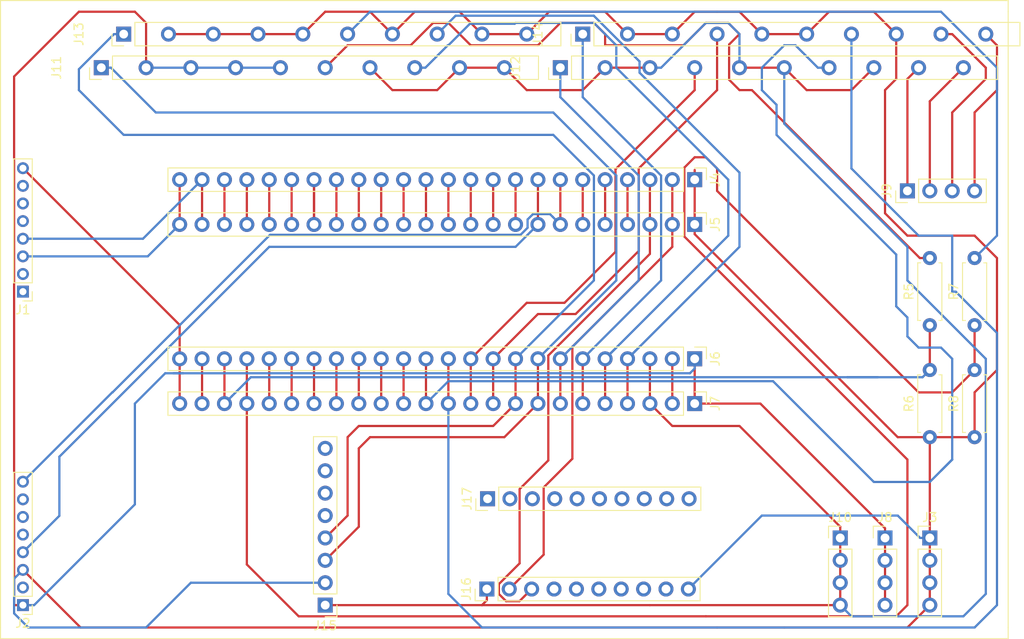
<source format=kicad_pcb>
(kicad_pcb (version 20171130) (host pcbnew "(5.1.4)-1")

  (general
    (thickness 1.6)
    (drawings 7)
    (tracks 364)
    (zones 0)
    (modules 21)
    (nets 55)
  )

  (page A4)
  (layers
    (0 F.Cu signal)
    (31 B.Cu signal)
    (32 B.Adhes user hide)
    (33 F.Adhes user hide)
    (34 B.Paste user hide)
    (35 F.Paste user hide)
    (36 B.SilkS user hide)
    (37 F.SilkS user)
    (38 B.Mask user)
    (39 F.Mask user hide)
    (40 Dwgs.User user hide)
    (41 Cmts.User user hide)
    (42 Eco1.User user hide)
    (43 Eco2.User user hide)
    (44 Edge.Cuts user hide)
    (45 Margin user)
    (46 B.CrtYd user hide)
    (47 F.CrtYd user)
    (48 B.Fab user hide)
    (49 F.Fab user hide)
  )

  (setup
    (last_trace_width 0.25)
    (trace_clearance 0.2)
    (zone_clearance 0.508)
    (zone_45_only no)
    (trace_min 0.2)
    (via_size 0.8)
    (via_drill 0.4)
    (via_min_size 0.4)
    (via_min_drill 0.3)
    (uvia_size 0.3)
    (uvia_drill 0.1)
    (uvias_allowed no)
    (uvia_min_size 0.2)
    (uvia_min_drill 0.1)
    (edge_width 0.05)
    (segment_width 0.2)
    (pcb_text_width 0.3)
    (pcb_text_size 1.5 1.5)
    (mod_edge_width 0.12)
    (mod_text_size 1 1)
    (mod_text_width 0.15)
    (pad_size 1.524 1.524)
    (pad_drill 0.762)
    (pad_to_mask_clearance 0.051)
    (solder_mask_min_width 0.25)
    (aux_axis_origin 0 0)
    (visible_elements 7FFFFFFF)
    (pcbplotparams
      (layerselection 0x010fc_ffffffff)
      (usegerberextensions false)
      (usegerberattributes false)
      (usegerberadvancedattributes false)
      (creategerberjobfile false)
      (excludeedgelayer true)
      (linewidth 0.100000)
      (plotframeref false)
      (viasonmask false)
      (mode 1)
      (useauxorigin false)
      (hpglpennumber 1)
      (hpglpenspeed 20)
      (hpglpendiameter 15.000000)
      (psnegative false)
      (psa4output false)
      (plotreference true)
      (plotvalue true)
      (plotinvisibletext false)
      (padsonsilk false)
      (subtractmaskfromsilk false)
      (outputformat 1)
      (mirror false)
      (drillshape 1)
      (scaleselection 1)
      (outputdirectory ""))
  )

  (net 0 "")
  (net 1 "Net-(J1-Pad3)")
  (net 2 "Net-(J1-Pad4)")
  (net 3 "Net-(J10-Pad1)")
  (net 4 "Net-(J4-Pad6)")
  (net 5 "Net-(J4-Pad9)")
  (net 6 "Net-(J4-Pad10)")
  (net 7 "Net-(J4-Pad11)")
  (net 8 "Net-(J4-Pad12)")
  (net 9 "Net-(J4-Pad13)")
  (net 10 "Net-(J4-Pad14)")
  (net 11 "Net-(J6-Pad2)")
  (net 12 "Net-(J12-Pad1)")
  (net 13 "Net-(J1-Pad8)")
  (net 14 "Net-(J4-Pad22)")
  (net 15 "Net-(J4-Pad21)")
  (net 16 "Net-(J4-Pad20)")
  (net 17 "Net-(J4-Pad19)")
  (net 18 "Net-(J4-Pad18)")
  (net 19 "Net-(J4-Pad17)")
  (net 20 "Net-(J4-Pad16)")
  (net 21 "Net-(J4-Pad15)")
  (net 22 "Net-(J6-Pad14)")
  (net 23 "Net-(J6-Pad15)")
  (net 24 "Net-(J6-Pad16)")
  (net 25 "Net-(J6-Pad17)")
  (net 26 "Net-(J6-Pad18)")
  (net 27 "Net-(J6-Pad19)")
  (net 28 "Net-(J6-Pad20)")
  (net 29 "Net-(J6-Pad21)")
  (net 30 "Net-(J6-Pad22)")
  (net 31 "Net-(J6-Pad23)")
  (net 32 "Net-(J12-Pad4)")
  (net 33 "Net-(J14-Pad1)")
  (net 34 "Net-(J11-Pad2)")
  (net 35 "Net-(J13-Pad10)")
  (net 36 "Net-(J2-Pad4)")
  (net 37 "Net-(J2-Pad8)")
  (net 38 "Net-(J4-Pad5)")
  (net 39 "Net-(J4-Pad4)")
  (net 40 "Net-(J13-Pad8)")
  (net 41 "Net-(J11-Pad8)")
  (net 42 "Net-(J11-Pad1)")
  (net 43 "Net-(J13-Pad1)")
  (net 44 "Net-(J14-Pad4)")
  (net 45 "Net-(J14-Pad7)")
  (net 46 "Net-(J11-Pad6)")
  (net 47 "Net-(J12-Pad9)")
  (net 48 "Net-(J14-Pad9)")
  (net 49 "Net-(J12-Pad10)")
  (net 50 "Net-(J14-Pad10)")
  (net 51 "Net-(J13-Pad6)")
  (net 52 "Net-(J12-Pad7)")
  (net 53 "Net-(J16-Pad3)")
  (net 54 "Net-(J16-Pad2)")

  (net_class Default "This is the default net class."
    (clearance 0.2)
    (trace_width 0.25)
    (via_dia 0.8)
    (via_drill 0.4)
    (uvia_dia 0.3)
    (uvia_drill 0.1)
    (add_net "Net-(J1-Pad3)")
    (add_net "Net-(J1-Pad4)")
    (add_net "Net-(J1-Pad8)")
    (add_net "Net-(J10-Pad1)")
    (add_net "Net-(J11-Pad1)")
    (add_net "Net-(J11-Pad2)")
    (add_net "Net-(J11-Pad6)")
    (add_net "Net-(J11-Pad8)")
    (add_net "Net-(J12-Pad1)")
    (add_net "Net-(J12-Pad10)")
    (add_net "Net-(J12-Pad4)")
    (add_net "Net-(J12-Pad7)")
    (add_net "Net-(J12-Pad9)")
    (add_net "Net-(J13-Pad1)")
    (add_net "Net-(J13-Pad10)")
    (add_net "Net-(J13-Pad6)")
    (add_net "Net-(J13-Pad8)")
    (add_net "Net-(J14-Pad1)")
    (add_net "Net-(J14-Pad10)")
    (add_net "Net-(J14-Pad4)")
    (add_net "Net-(J14-Pad7)")
    (add_net "Net-(J14-Pad9)")
    (add_net "Net-(J16-Pad2)")
    (add_net "Net-(J16-Pad3)")
    (add_net "Net-(J2-Pad4)")
    (add_net "Net-(J2-Pad8)")
    (add_net "Net-(J4-Pad10)")
    (add_net "Net-(J4-Pad11)")
    (add_net "Net-(J4-Pad12)")
    (add_net "Net-(J4-Pad13)")
    (add_net "Net-(J4-Pad14)")
    (add_net "Net-(J4-Pad15)")
    (add_net "Net-(J4-Pad16)")
    (add_net "Net-(J4-Pad17)")
    (add_net "Net-(J4-Pad18)")
    (add_net "Net-(J4-Pad19)")
    (add_net "Net-(J4-Pad20)")
    (add_net "Net-(J4-Pad21)")
    (add_net "Net-(J4-Pad22)")
    (add_net "Net-(J4-Pad4)")
    (add_net "Net-(J4-Pad5)")
    (add_net "Net-(J4-Pad6)")
    (add_net "Net-(J4-Pad9)")
    (add_net "Net-(J6-Pad14)")
    (add_net "Net-(J6-Pad15)")
    (add_net "Net-(J6-Pad16)")
    (add_net "Net-(J6-Pad17)")
    (add_net "Net-(J6-Pad18)")
    (add_net "Net-(J6-Pad19)")
    (add_net "Net-(J6-Pad2)")
    (add_net "Net-(J6-Pad20)")
    (add_net "Net-(J6-Pad21)")
    (add_net "Net-(J6-Pad22)")
    (add_net "Net-(J6-Pad23)")
  )

  (module Resistor_THT:R_Axial_DIN0207_L6.3mm_D2.5mm_P7.62mm_Horizontal (layer F.Cu) (tedit 5AE5139B) (tstamp 5E21675A)
    (at 180.34 111.76 90)
    (descr "Resistor, Axial_DIN0207 series, Axial, Horizontal, pin pitch=7.62mm, 0.25W = 1/4W, length*diameter=6.3*2.5mm^2, http://cdn-reichelt.de/documents/datenblatt/B400/1_4W%23YAG.pdf")
    (tags "Resistor Axial_DIN0207 series Axial Horizontal pin pitch 7.62mm 0.25W = 1/4W length 6.3mm diameter 2.5mm")
    (path /5E3356D4)
    (fp_text reference R8 (at 3.81 -2.37 90) (layer F.SilkS)
      (effects (font (size 1 1) (thickness 0.15)))
    )
    (fp_text value 8.2k (at 3.81 2.37 90) (layer F.Fab)
      (effects (font (size 1 1) (thickness 0.15)))
    )
    (fp_line (start 0.66 -1.25) (end 0.66 1.25) (layer F.Fab) (width 0.1))
    (fp_line (start 0.66 1.25) (end 6.96 1.25) (layer F.Fab) (width 0.1))
    (fp_line (start 6.96 1.25) (end 6.96 -1.25) (layer F.Fab) (width 0.1))
    (fp_line (start 6.96 -1.25) (end 0.66 -1.25) (layer F.Fab) (width 0.1))
    (fp_line (start 0 0) (end 0.66 0) (layer F.Fab) (width 0.1))
    (fp_line (start 7.62 0) (end 6.96 0) (layer F.Fab) (width 0.1))
    (fp_line (start 0.54 -1.04) (end 0.54 -1.37) (layer F.SilkS) (width 0.12))
    (fp_line (start 0.54 -1.37) (end 7.08 -1.37) (layer F.SilkS) (width 0.12))
    (fp_line (start 7.08 -1.37) (end 7.08 -1.04) (layer F.SilkS) (width 0.12))
    (fp_line (start 0.54 1.04) (end 0.54 1.37) (layer F.SilkS) (width 0.12))
    (fp_line (start 0.54 1.37) (end 7.08 1.37) (layer F.SilkS) (width 0.12))
    (fp_line (start 7.08 1.37) (end 7.08 1.04) (layer F.SilkS) (width 0.12))
    (fp_line (start -1.05 -1.5) (end -1.05 1.5) (layer F.CrtYd) (width 0.05))
    (fp_line (start -1.05 1.5) (end 8.67 1.5) (layer F.CrtYd) (width 0.05))
    (fp_line (start 8.67 1.5) (end 8.67 -1.5) (layer F.CrtYd) (width 0.05))
    (fp_line (start 8.67 -1.5) (end -1.05 -1.5) (layer F.CrtYd) (width 0.05))
    (fp_text user %R (at 3.81 0 90) (layer F.Fab)
      (effects (font (size 1 1) (thickness 0.15)))
    )
    (pad 1 thru_hole circle (at 0 0 90) (size 1.6 1.6) (drill 0.8) (layers *.Cu *.Mask)
      (net 35 "Net-(J13-Pad10)"))
    (pad 2 thru_hole oval (at 7.62 0 90) (size 1.6 1.6) (drill 0.8) (layers *.Cu *.Mask)
      (net 29 "Net-(J6-Pad21)"))
    (model ${KISYS3DMOD}/Resistor_THT.3dshapes/R_Axial_DIN0207_L6.3mm_D2.5mm_P7.62mm_Horizontal.wrl
      (at (xyz 0 0 0))
      (scale (xyz 1 1 1))
      (rotate (xyz 0 0 0))
    )
  )

  (module Connector_PinHeader_2.54mm:PinHeader_1x24_P2.54mm_Vertical (layer F.Cu) (tedit 59FED5CC) (tstamp 5DCB85FC)
    (at 148.59 82.55 270)
    (descr "Through hole straight pin header, 1x24, 2.54mm pitch, single row")
    (tags "Through hole pin header THT 1x24 2.54mm single row")
    (path /5DD21E75)
    (fp_text reference J4 (at 0 -2.33 90) (layer F.SilkS)
      (effects (font (size 1 1) (thickness 0.15)))
    )
    (fp_text value 1x24 (at 0 60.75 90) (layer F.Fab)
      (effects (font (size 1 1) (thickness 0.15)))
    )
    (fp_text user %R (at 0 29.21) (layer F.Fab)
      (effects (font (size 1 1) (thickness 0.15)))
    )
    (fp_line (start 1.8 -1.8) (end -1.8 -1.8) (layer F.CrtYd) (width 0.05))
    (fp_line (start 1.8 60.2) (end 1.8 -1.8) (layer F.CrtYd) (width 0.05))
    (fp_line (start -1.8 60.2) (end 1.8 60.2) (layer F.CrtYd) (width 0.05))
    (fp_line (start -1.8 -1.8) (end -1.8 60.2) (layer F.CrtYd) (width 0.05))
    (fp_line (start -1.33 -1.33) (end 0 -1.33) (layer F.SilkS) (width 0.12))
    (fp_line (start -1.33 0) (end -1.33 -1.33) (layer F.SilkS) (width 0.12))
    (fp_line (start -1.33 1.27) (end 1.33 1.27) (layer F.SilkS) (width 0.12))
    (fp_line (start 1.33 1.27) (end 1.33 59.75) (layer F.SilkS) (width 0.12))
    (fp_line (start -1.33 1.27) (end -1.33 59.75) (layer F.SilkS) (width 0.12))
    (fp_line (start -1.33 59.75) (end 1.33 59.75) (layer F.SilkS) (width 0.12))
    (fp_line (start -1.27 -0.635) (end -0.635 -1.27) (layer F.Fab) (width 0.1))
    (fp_line (start -1.27 59.69) (end -1.27 -0.635) (layer F.Fab) (width 0.1))
    (fp_line (start 1.27 59.69) (end -1.27 59.69) (layer F.Fab) (width 0.1))
    (fp_line (start 1.27 -1.27) (end 1.27 59.69) (layer F.Fab) (width 0.1))
    (fp_line (start -0.635 -1.27) (end 1.27 -1.27) (layer F.Fab) (width 0.1))
    (pad 24 thru_hole oval (at 0 58.42 270) (size 1.7 1.7) (drill 1) (layers *.Cu *.Mask)
      (net 1 "Net-(J1-Pad3)"))
    (pad 23 thru_hole oval (at 0 55.88 270) (size 1.7 1.7) (drill 1) (layers *.Cu *.Mask)
      (net 2 "Net-(J1-Pad4)"))
    (pad 22 thru_hole oval (at 0 53.34 270) (size 1.7 1.7) (drill 1) (layers *.Cu *.Mask)
      (net 14 "Net-(J4-Pad22)"))
    (pad 21 thru_hole oval (at 0 50.8 270) (size 1.7 1.7) (drill 1) (layers *.Cu *.Mask)
      (net 15 "Net-(J4-Pad21)"))
    (pad 20 thru_hole oval (at 0 48.26 270) (size 1.7 1.7) (drill 1) (layers *.Cu *.Mask)
      (net 16 "Net-(J4-Pad20)"))
    (pad 19 thru_hole oval (at 0 45.72 270) (size 1.7 1.7) (drill 1) (layers *.Cu *.Mask)
      (net 17 "Net-(J4-Pad19)"))
    (pad 18 thru_hole oval (at 0 43.18 270) (size 1.7 1.7) (drill 1) (layers *.Cu *.Mask)
      (net 18 "Net-(J4-Pad18)"))
    (pad 17 thru_hole oval (at 0 40.64 270) (size 1.7 1.7) (drill 1) (layers *.Cu *.Mask)
      (net 19 "Net-(J4-Pad17)"))
    (pad 16 thru_hole oval (at 0 38.1 270) (size 1.7 1.7) (drill 1) (layers *.Cu *.Mask)
      (net 20 "Net-(J4-Pad16)"))
    (pad 15 thru_hole oval (at 0 35.56 270) (size 1.7 1.7) (drill 1) (layers *.Cu *.Mask)
      (net 21 "Net-(J4-Pad15)"))
    (pad 14 thru_hole oval (at 0 33.02 270) (size 1.7 1.7) (drill 1) (layers *.Cu *.Mask)
      (net 10 "Net-(J4-Pad14)"))
    (pad 13 thru_hole oval (at 0 30.48 270) (size 1.7 1.7) (drill 1) (layers *.Cu *.Mask)
      (net 9 "Net-(J4-Pad13)"))
    (pad 12 thru_hole oval (at 0 27.94 270) (size 1.7 1.7) (drill 1) (layers *.Cu *.Mask)
      (net 8 "Net-(J4-Pad12)"))
    (pad 11 thru_hole oval (at 0 25.4 270) (size 1.7 1.7) (drill 1) (layers *.Cu *.Mask)
      (net 7 "Net-(J4-Pad11)"))
    (pad 10 thru_hole oval (at 0 22.86 270) (size 1.7 1.7) (drill 1) (layers *.Cu *.Mask)
      (net 6 "Net-(J4-Pad10)"))
    (pad 9 thru_hole oval (at 0 20.32 270) (size 1.7 1.7) (drill 1) (layers *.Cu *.Mask)
      (net 5 "Net-(J4-Pad9)"))
    (pad 8 thru_hole oval (at 0 17.78 270) (size 1.7 1.7) (drill 1) (layers *.Cu *.Mask)
      (net 36 "Net-(J2-Pad4)"))
    (pad 7 thru_hole oval (at 0 15.24 270) (size 1.7 1.7) (drill 1) (layers *.Cu *.Mask)
      (net 37 "Net-(J2-Pad8)"))
    (pad 6 thru_hole oval (at 0 12.7 270) (size 1.7 1.7) (drill 1) (layers *.Cu *.Mask)
      (net 4 "Net-(J4-Pad6)"))
    (pad 5 thru_hole oval (at 0 10.16 270) (size 1.7 1.7) (drill 1) (layers *.Cu *.Mask)
      (net 38 "Net-(J4-Pad5)"))
    (pad 4 thru_hole oval (at 0 7.62 270) (size 1.7 1.7) (drill 1) (layers *.Cu *.Mask)
      (net 39 "Net-(J4-Pad4)"))
    (pad 3 thru_hole oval (at 0 5.08 270) (size 1.7 1.7) (drill 1) (layers *.Cu *.Mask)
      (net 53 "Net-(J16-Pad3)"))
    (pad 2 thru_hole oval (at 0 2.54 270) (size 1.7 1.7) (drill 1) (layers *.Cu *.Mask)
      (net 54 "Net-(J16-Pad2)"))
    (pad 1 thru_hole rect (at 0 0 270) (size 1.7 1.7) (drill 1) (layers *.Cu *.Mask)
      (net 35 "Net-(J13-Pad10)"))
    (model ${KISYS3DMOD}/Connector_PinHeader_2.54mm.3dshapes/PinHeader_1x24_P2.54mm_Vertical.wrl
      (at (xyz 0 0 0))
      (scale (xyz 1 1 1))
      (rotate (xyz 0 0 0))
    )
  )

  (module Connector_PinHeader_2.54mm:PinHeader_1x24_P2.54mm_Vertical (layer F.Cu) (tedit 59FED5CC) (tstamp 5DCB8628)
    (at 148.59 87.63 270)
    (descr "Through hole straight pin header, 1x24, 2.54mm pitch, single row")
    (tags "Through hole pin header THT 1x24 2.54mm single row")
    (path /5DD20EDA)
    (fp_text reference J5 (at 0 -2.33 90) (layer F.SilkS)
      (effects (font (size 1 1) (thickness 0.15)))
    )
    (fp_text value "Teensy 3.6L" (at 0 60.75 90) (layer F.Fab)
      (effects (font (size 1 1) (thickness 0.15)))
    )
    (fp_line (start -0.635 -1.27) (end 1.27 -1.27) (layer F.Fab) (width 0.1))
    (fp_line (start 1.27 -1.27) (end 1.27 59.69) (layer F.Fab) (width 0.1))
    (fp_line (start 1.27 59.69) (end -1.27 59.69) (layer F.Fab) (width 0.1))
    (fp_line (start -1.27 59.69) (end -1.27 -0.635) (layer F.Fab) (width 0.1))
    (fp_line (start -1.27 -0.635) (end -0.635 -1.27) (layer F.Fab) (width 0.1))
    (fp_line (start -1.33 59.75) (end 1.33 59.75) (layer F.SilkS) (width 0.12))
    (fp_line (start -1.33 1.27) (end -1.33 59.75) (layer F.SilkS) (width 0.12))
    (fp_line (start 1.33 1.27) (end 1.33 59.75) (layer F.SilkS) (width 0.12))
    (fp_line (start -1.33 1.27) (end 1.33 1.27) (layer F.SilkS) (width 0.12))
    (fp_line (start -1.33 0) (end -1.33 -1.33) (layer F.SilkS) (width 0.12))
    (fp_line (start -1.33 -1.33) (end 0 -1.33) (layer F.SilkS) (width 0.12))
    (fp_line (start -1.8 -1.8) (end -1.8 60.2) (layer F.CrtYd) (width 0.05))
    (fp_line (start -1.8 60.2) (end 1.8 60.2) (layer F.CrtYd) (width 0.05))
    (fp_line (start 1.8 60.2) (end 1.8 -1.8) (layer F.CrtYd) (width 0.05))
    (fp_line (start 1.8 -1.8) (end -1.8 -1.8) (layer F.CrtYd) (width 0.05))
    (fp_text user %R (at 0 29.21) (layer F.Fab)
      (effects (font (size 1 1) (thickness 0.15)))
    )
    (pad 1 thru_hole rect (at 0 0 270) (size 1.7 1.7) (drill 1) (layers *.Cu *.Mask)
      (net 35 "Net-(J13-Pad10)"))
    (pad 2 thru_hole oval (at 0 2.54 270) (size 1.7 1.7) (drill 1) (layers *.Cu *.Mask)
      (net 54 "Net-(J16-Pad2)"))
    (pad 3 thru_hole oval (at 0 5.08 270) (size 1.7 1.7) (drill 1) (layers *.Cu *.Mask)
      (net 53 "Net-(J16-Pad3)"))
    (pad 4 thru_hole oval (at 0 7.62 270) (size 1.7 1.7) (drill 1) (layers *.Cu *.Mask)
      (net 39 "Net-(J4-Pad4)"))
    (pad 5 thru_hole oval (at 0 10.16 270) (size 1.7 1.7) (drill 1) (layers *.Cu *.Mask)
      (net 38 "Net-(J4-Pad5)"))
    (pad 6 thru_hole oval (at 0 12.7 270) (size 1.7 1.7) (drill 1) (layers *.Cu *.Mask)
      (net 4 "Net-(J4-Pad6)"))
    (pad 7 thru_hole oval (at 0 15.24 270) (size 1.7 1.7) (drill 1) (layers *.Cu *.Mask)
      (net 37 "Net-(J2-Pad8)"))
    (pad 8 thru_hole oval (at 0 17.78 270) (size 1.7 1.7) (drill 1) (layers *.Cu *.Mask)
      (net 36 "Net-(J2-Pad4)"))
    (pad 9 thru_hole oval (at 0 20.32 270) (size 1.7 1.7) (drill 1) (layers *.Cu *.Mask)
      (net 5 "Net-(J4-Pad9)"))
    (pad 10 thru_hole oval (at 0 22.86 270) (size 1.7 1.7) (drill 1) (layers *.Cu *.Mask)
      (net 6 "Net-(J4-Pad10)"))
    (pad 11 thru_hole oval (at 0 25.4 270) (size 1.7 1.7) (drill 1) (layers *.Cu *.Mask)
      (net 7 "Net-(J4-Pad11)"))
    (pad 12 thru_hole oval (at 0 27.94 270) (size 1.7 1.7) (drill 1) (layers *.Cu *.Mask)
      (net 8 "Net-(J4-Pad12)"))
    (pad 13 thru_hole oval (at 0 30.48 270) (size 1.7 1.7) (drill 1) (layers *.Cu *.Mask)
      (net 9 "Net-(J4-Pad13)"))
    (pad 14 thru_hole oval (at 0 33.02 270) (size 1.7 1.7) (drill 1) (layers *.Cu *.Mask)
      (net 10 "Net-(J4-Pad14)"))
    (pad 15 thru_hole oval (at 0 35.56 270) (size 1.7 1.7) (drill 1) (layers *.Cu *.Mask)
      (net 21 "Net-(J4-Pad15)"))
    (pad 16 thru_hole oval (at 0 38.1 270) (size 1.7 1.7) (drill 1) (layers *.Cu *.Mask)
      (net 20 "Net-(J4-Pad16)"))
    (pad 17 thru_hole oval (at 0 40.64 270) (size 1.7 1.7) (drill 1) (layers *.Cu *.Mask)
      (net 19 "Net-(J4-Pad17)"))
    (pad 18 thru_hole oval (at 0 43.18 270) (size 1.7 1.7) (drill 1) (layers *.Cu *.Mask)
      (net 18 "Net-(J4-Pad18)"))
    (pad 19 thru_hole oval (at 0 45.72 270) (size 1.7 1.7) (drill 1) (layers *.Cu *.Mask)
      (net 17 "Net-(J4-Pad19)"))
    (pad 20 thru_hole oval (at 0 48.26 270) (size 1.7 1.7) (drill 1) (layers *.Cu *.Mask)
      (net 16 "Net-(J4-Pad20)"))
    (pad 21 thru_hole oval (at 0 50.8 270) (size 1.7 1.7) (drill 1) (layers *.Cu *.Mask)
      (net 15 "Net-(J4-Pad21)"))
    (pad 22 thru_hole oval (at 0 53.34 270) (size 1.7 1.7) (drill 1) (layers *.Cu *.Mask)
      (net 14 "Net-(J4-Pad22)"))
    (pad 23 thru_hole oval (at 0 55.88 270) (size 1.7 1.7) (drill 1) (layers *.Cu *.Mask)
      (net 2 "Net-(J1-Pad4)"))
    (pad 24 thru_hole oval (at 0 58.42 270) (size 1.7 1.7) (drill 1) (layers *.Cu *.Mask)
      (net 1 "Net-(J1-Pad3)"))
    (model ${KISYS3DMOD}/Connector_PinHeader_2.54mm.3dshapes/PinHeader_1x24_P2.54mm_Vertical.wrl
      (at (xyz 0 0 0))
      (scale (xyz 1 1 1))
      (rotate (xyz 0 0 0))
    )
  )

  (module Connector_PinHeader_2.54mm:PinHeader_1x24_P2.54mm_Vertical (layer F.Cu) (tedit 59FED5CC) (tstamp 5DCB8654)
    (at 148.59 102.87 270)
    (descr "Through hole straight pin header, 1x24, 2.54mm pitch, single row")
    (tags "Through hole pin header THT 1x24 2.54mm single row")
    (path /5DD23B4D)
    (fp_text reference J6 (at 0 -2.33 90) (layer F.SilkS)
      (effects (font (size 1 1) (thickness 0.15)))
    )
    (fp_text value "Teensy 3.6R" (at 0 60.75 90) (layer F.Fab)
      (effects (font (size 1 1) (thickness 0.15)))
    )
    (fp_line (start -0.635 -1.27) (end 1.27 -1.27) (layer F.Fab) (width 0.1))
    (fp_line (start 1.27 -1.27) (end 1.27 59.69) (layer F.Fab) (width 0.1))
    (fp_line (start 1.27 59.69) (end -1.27 59.69) (layer F.Fab) (width 0.1))
    (fp_line (start -1.27 59.69) (end -1.27 -0.635) (layer F.Fab) (width 0.1))
    (fp_line (start -1.27 -0.635) (end -0.635 -1.27) (layer F.Fab) (width 0.1))
    (fp_line (start -1.33 59.75) (end 1.33 59.75) (layer F.SilkS) (width 0.12))
    (fp_line (start -1.33 1.27) (end -1.33 59.75) (layer F.SilkS) (width 0.12))
    (fp_line (start 1.33 1.27) (end 1.33 59.75) (layer F.SilkS) (width 0.12))
    (fp_line (start -1.33 1.27) (end 1.33 1.27) (layer F.SilkS) (width 0.12))
    (fp_line (start -1.33 0) (end -1.33 -1.33) (layer F.SilkS) (width 0.12))
    (fp_line (start -1.33 -1.33) (end 0 -1.33) (layer F.SilkS) (width 0.12))
    (fp_line (start -1.8 -1.8) (end -1.8 60.2) (layer F.CrtYd) (width 0.05))
    (fp_line (start -1.8 60.2) (end 1.8 60.2) (layer F.CrtYd) (width 0.05))
    (fp_line (start 1.8 60.2) (end 1.8 -1.8) (layer F.CrtYd) (width 0.05))
    (fp_line (start 1.8 -1.8) (end -1.8 -1.8) (layer F.CrtYd) (width 0.05))
    (fp_text user %R (at 0 29.21) (layer F.Fab)
      (effects (font (size 1 1) (thickness 0.15)))
    )
    (pad 1 thru_hole rect (at 0 0 270) (size 1.7 1.7) (drill 1) (layers *.Cu *.Mask)
      (net 34 "Net-(J11-Pad2)"))
    (pad 2 thru_hole oval (at 0 2.54 270) (size 1.7 1.7) (drill 1) (layers *.Cu *.Mask)
      (net 11 "Net-(J6-Pad2)"))
    (pad 3 thru_hole oval (at 0 5.08 270) (size 1.7 1.7) (drill 1) (layers *.Cu *.Mask)
      (net 3 "Net-(J10-Pad1)"))
    (pad 4 thru_hole oval (at 0 7.62 270) (size 1.7 1.7) (drill 1) (layers *.Cu *.Mask)
      (net 40 "Net-(J13-Pad8)"))
    (pad 5 thru_hole oval (at 0 10.16 270) (size 1.7 1.7) (drill 1) (layers *.Cu *.Mask)
      (net 41 "Net-(J11-Pad8)"))
    (pad 6 thru_hole oval (at 0 12.7 270) (size 1.7 1.7) (drill 1) (layers *.Cu *.Mask)
      (net 33 "Net-(J14-Pad1)"))
    (pad 7 thru_hole oval (at 0 15.24 270) (size 1.7 1.7) (drill 1) (layers *.Cu *.Mask)
      (net 12 "Net-(J12-Pad1)"))
    (pad 8 thru_hole oval (at 0 17.78 270) (size 1.7 1.7) (drill 1) (layers *.Cu *.Mask)
      (net 42 "Net-(J11-Pad1)"))
    (pad 9 thru_hole oval (at 0 20.32 270) (size 1.7 1.7) (drill 1) (layers *.Cu *.Mask)
      (net 43 "Net-(J13-Pad1)"))
    (pad 10 thru_hole oval (at 0 22.86 270) (size 1.7 1.7) (drill 1) (layers *.Cu *.Mask)
      (net 44 "Net-(J14-Pad4)"))
    (pad 11 thru_hole oval (at 0 25.4 270) (size 1.7 1.7) (drill 1) (layers *.Cu *.Mask)
      (net 32 "Net-(J12-Pad4)"))
    (pad 12 thru_hole oval (at 0 27.94 270) (size 1.7 1.7) (drill 1) (layers *.Cu *.Mask)
      (net 45 "Net-(J14-Pad7)"))
    (pad 13 thru_hole oval (at 0 30.48 270) (size 1.7 1.7) (drill 1) (layers *.Cu *.Mask)
      (net 52 "Net-(J12-Pad7)"))
    (pad 14 thru_hole oval (at 0 33.02 270) (size 1.7 1.7) (drill 1) (layers *.Cu *.Mask)
      (net 22 "Net-(J6-Pad14)"))
    (pad 15 thru_hole oval (at 0 35.56 270) (size 1.7 1.7) (drill 1) (layers *.Cu *.Mask)
      (net 23 "Net-(J6-Pad15)"))
    (pad 16 thru_hole oval (at 0 38.1 270) (size 1.7 1.7) (drill 1) (layers *.Cu *.Mask)
      (net 24 "Net-(J6-Pad16)"))
    (pad 17 thru_hole oval (at 0 40.64 270) (size 1.7 1.7) (drill 1) (layers *.Cu *.Mask)
      (net 25 "Net-(J6-Pad17)"))
    (pad 18 thru_hole oval (at 0 43.18 270) (size 1.7 1.7) (drill 1) (layers *.Cu *.Mask)
      (net 26 "Net-(J6-Pad18)"))
    (pad 19 thru_hole oval (at 0 45.72 270) (size 1.7 1.7) (drill 1) (layers *.Cu *.Mask)
      (net 27 "Net-(J6-Pad19)"))
    (pad 20 thru_hole oval (at 0 48.26 270) (size 1.7 1.7) (drill 1) (layers *.Cu *.Mask)
      (net 28 "Net-(J6-Pad20)"))
    (pad 21 thru_hole oval (at 0 50.8 270) (size 1.7 1.7) (drill 1) (layers *.Cu *.Mask)
      (net 29 "Net-(J6-Pad21)"))
    (pad 22 thru_hole oval (at 0 53.34 270) (size 1.7 1.7) (drill 1) (layers *.Cu *.Mask)
      (net 30 "Net-(J6-Pad22)"))
    (pad 23 thru_hole oval (at 0 55.88 270) (size 1.7 1.7) (drill 1) (layers *.Cu *.Mask)
      (net 31 "Net-(J6-Pad23)"))
    (pad 24 thru_hole oval (at 0 58.42 270) (size 1.7 1.7) (drill 1) (layers *.Cu *.Mask)
      (net 13 "Net-(J1-Pad8)"))
    (model ${KISYS3DMOD}/Connector_PinHeader_2.54mm.3dshapes/PinHeader_1x24_P2.54mm_Vertical.wrl
      (at (xyz 0 0 0))
      (scale (xyz 1 1 1))
      (rotate (xyz 0 0 0))
    )
  )

  (module Connector_PinHeader_2.54mm:PinHeader_1x24_P2.54mm_Vertical (layer F.Cu) (tedit 59FED5CC) (tstamp 5DCB8680)
    (at 148.59 107.95 270)
    (descr "Through hole straight pin header, 1x24, 2.54mm pitch, single row")
    (tags "Through hole pin header THT 1x24 2.54mm single row")
    (path /5DD26121)
    (fp_text reference J7 (at 0 -2.33 90) (layer F.SilkS)
      (effects (font (size 1 1) (thickness 0.15)))
    )
    (fp_text value 1x24 (at 0 60.75 90) (layer F.Fab)
      (effects (font (size 1 1) (thickness 0.15)))
    )
    (fp_text user %R (at 0 29.21) (layer F.Fab)
      (effects (font (size 1 1) (thickness 0.15)))
    )
    (fp_line (start 1.8 -1.8) (end -1.8 -1.8) (layer F.CrtYd) (width 0.05))
    (fp_line (start 1.8 60.2) (end 1.8 -1.8) (layer F.CrtYd) (width 0.05))
    (fp_line (start -1.8 60.2) (end 1.8 60.2) (layer F.CrtYd) (width 0.05))
    (fp_line (start -1.8 -1.8) (end -1.8 60.2) (layer F.CrtYd) (width 0.05))
    (fp_line (start -1.33 -1.33) (end 0 -1.33) (layer F.SilkS) (width 0.12))
    (fp_line (start -1.33 0) (end -1.33 -1.33) (layer F.SilkS) (width 0.12))
    (fp_line (start -1.33 1.27) (end 1.33 1.27) (layer F.SilkS) (width 0.12))
    (fp_line (start 1.33 1.27) (end 1.33 59.75) (layer F.SilkS) (width 0.12))
    (fp_line (start -1.33 1.27) (end -1.33 59.75) (layer F.SilkS) (width 0.12))
    (fp_line (start -1.33 59.75) (end 1.33 59.75) (layer F.SilkS) (width 0.12))
    (fp_line (start -1.27 -0.635) (end -0.635 -1.27) (layer F.Fab) (width 0.1))
    (fp_line (start -1.27 59.69) (end -1.27 -0.635) (layer F.Fab) (width 0.1))
    (fp_line (start 1.27 59.69) (end -1.27 59.69) (layer F.Fab) (width 0.1))
    (fp_line (start 1.27 -1.27) (end 1.27 59.69) (layer F.Fab) (width 0.1))
    (fp_line (start -0.635 -1.27) (end 1.27 -1.27) (layer F.Fab) (width 0.1))
    (pad 24 thru_hole oval (at 0 58.42 270) (size 1.7 1.7) (drill 1) (layers *.Cu *.Mask)
      (net 13 "Net-(J1-Pad8)"))
    (pad 23 thru_hole oval (at 0 55.88 270) (size 1.7 1.7) (drill 1) (layers *.Cu *.Mask)
      (net 31 "Net-(J6-Pad23)"))
    (pad 22 thru_hole oval (at 0 53.34 270) (size 1.7 1.7) (drill 1) (layers *.Cu *.Mask)
      (net 30 "Net-(J6-Pad22)"))
    (pad 21 thru_hole oval (at 0 50.8 270) (size 1.7 1.7) (drill 1) (layers *.Cu *.Mask)
      (net 29 "Net-(J6-Pad21)"))
    (pad 20 thru_hole oval (at 0 48.26 270) (size 1.7 1.7) (drill 1) (layers *.Cu *.Mask)
      (net 28 "Net-(J6-Pad20)"))
    (pad 19 thru_hole oval (at 0 45.72 270) (size 1.7 1.7) (drill 1) (layers *.Cu *.Mask)
      (net 27 "Net-(J6-Pad19)"))
    (pad 18 thru_hole oval (at 0 43.18 270) (size 1.7 1.7) (drill 1) (layers *.Cu *.Mask)
      (net 26 "Net-(J6-Pad18)"))
    (pad 17 thru_hole oval (at 0 40.64 270) (size 1.7 1.7) (drill 1) (layers *.Cu *.Mask)
      (net 25 "Net-(J6-Pad17)"))
    (pad 16 thru_hole oval (at 0 38.1 270) (size 1.7 1.7) (drill 1) (layers *.Cu *.Mask)
      (net 24 "Net-(J6-Pad16)"))
    (pad 15 thru_hole oval (at 0 35.56 270) (size 1.7 1.7) (drill 1) (layers *.Cu *.Mask)
      (net 23 "Net-(J6-Pad15)"))
    (pad 14 thru_hole oval (at 0 33.02 270) (size 1.7 1.7) (drill 1) (layers *.Cu *.Mask)
      (net 22 "Net-(J6-Pad14)"))
    (pad 13 thru_hole oval (at 0 30.48 270) (size 1.7 1.7) (drill 1) (layers *.Cu *.Mask)
      (net 52 "Net-(J12-Pad7)"))
    (pad 12 thru_hole oval (at 0 27.94 270) (size 1.7 1.7) (drill 1) (layers *.Cu *.Mask)
      (net 45 "Net-(J14-Pad7)"))
    (pad 11 thru_hole oval (at 0 25.4 270) (size 1.7 1.7) (drill 1) (layers *.Cu *.Mask)
      (net 32 "Net-(J12-Pad4)"))
    (pad 10 thru_hole oval (at 0 22.86 270) (size 1.7 1.7) (drill 1) (layers *.Cu *.Mask)
      (net 44 "Net-(J14-Pad4)"))
    (pad 9 thru_hole oval (at 0 20.32 270) (size 1.7 1.7) (drill 1) (layers *.Cu *.Mask)
      (net 43 "Net-(J13-Pad1)"))
    (pad 8 thru_hole oval (at 0 17.78 270) (size 1.7 1.7) (drill 1) (layers *.Cu *.Mask)
      (net 42 "Net-(J11-Pad1)"))
    (pad 7 thru_hole oval (at 0 15.24 270) (size 1.7 1.7) (drill 1) (layers *.Cu *.Mask)
      (net 12 "Net-(J12-Pad1)"))
    (pad 6 thru_hole oval (at 0 12.7 270) (size 1.7 1.7) (drill 1) (layers *.Cu *.Mask)
      (net 33 "Net-(J14-Pad1)"))
    (pad 5 thru_hole oval (at 0 10.16 270) (size 1.7 1.7) (drill 1) (layers *.Cu *.Mask)
      (net 41 "Net-(J11-Pad8)"))
    (pad 4 thru_hole oval (at 0 7.62 270) (size 1.7 1.7) (drill 1) (layers *.Cu *.Mask)
      (net 40 "Net-(J13-Pad8)"))
    (pad 3 thru_hole oval (at 0 5.08 270) (size 1.7 1.7) (drill 1) (layers *.Cu *.Mask)
      (net 3 "Net-(J10-Pad1)"))
    (pad 2 thru_hole oval (at 0 2.54 270) (size 1.7 1.7) (drill 1) (layers *.Cu *.Mask)
      (net 11 "Net-(J6-Pad2)"))
    (pad 1 thru_hole rect (at 0 0 270) (size 1.7 1.7) (drill 1) (layers *.Cu *.Mask)
      (net 34 "Net-(J11-Pad2)"))
    (model ${KISYS3DMOD}/Connector_PinHeader_2.54mm.3dshapes/PinHeader_1x24_P2.54mm_Vertical.wrl
      (at (xyz 0 0 0))
      (scale (xyz 1 1 1))
      (rotate (xyz 0 0 0))
    )
  )

  (module Connector_PinHeader_2.00mm:PinHeader_1x08_P2.00mm_Vertical (layer F.Cu) (tedit 59FED667) (tstamp 5E2165AE)
    (at 72.39 95.25 180)
    (descr "Through hole straight pin header, 1x08, 2.00mm pitch, single row")
    (tags "Through hole pin header THT 1x08 2.00mm single row")
    (path /5E244661)
    (fp_text reference J1 (at 0 -2.06) (layer F.SilkS)
      (effects (font (size 1 1) (thickness 0.15)))
    )
    (fp_text value Conn_01x08 (at 0 16.06) (layer F.Fab)
      (effects (font (size 1 1) (thickness 0.15)))
    )
    (fp_text user %R (at 0 7 90) (layer F.Fab)
      (effects (font (size 1 1) (thickness 0.15)))
    )
    (fp_line (start 1.5 -1.5) (end -1.5 -1.5) (layer F.CrtYd) (width 0.05))
    (fp_line (start 1.5 15.5) (end 1.5 -1.5) (layer F.CrtYd) (width 0.05))
    (fp_line (start -1.5 15.5) (end 1.5 15.5) (layer F.CrtYd) (width 0.05))
    (fp_line (start -1.5 -1.5) (end -1.5 15.5) (layer F.CrtYd) (width 0.05))
    (fp_line (start -1.06 -1.06) (end 0 -1.06) (layer F.SilkS) (width 0.12))
    (fp_line (start -1.06 0) (end -1.06 -1.06) (layer F.SilkS) (width 0.12))
    (fp_line (start -1.06 1) (end 1.06 1) (layer F.SilkS) (width 0.12))
    (fp_line (start 1.06 1) (end 1.06 15.06) (layer F.SilkS) (width 0.12))
    (fp_line (start -1.06 1) (end -1.06 15.06) (layer F.SilkS) (width 0.12))
    (fp_line (start -1.06 15.06) (end 1.06 15.06) (layer F.SilkS) (width 0.12))
    (fp_line (start -1 -0.5) (end -0.5 -1) (layer F.Fab) (width 0.1))
    (fp_line (start -1 15) (end -1 -0.5) (layer F.Fab) (width 0.1))
    (fp_line (start 1 15) (end -1 15) (layer F.Fab) (width 0.1))
    (fp_line (start 1 -1) (end 1 15) (layer F.Fab) (width 0.1))
    (fp_line (start -0.5 -1) (end 1 -1) (layer F.Fab) (width 0.1))
    (pad 8 thru_hole oval (at 0 14 180) (size 1.35 1.35) (drill 0.8) (layers *.Cu *.Mask)
      (net 13 "Net-(J1-Pad8)"))
    (pad 7 thru_hole oval (at 0 12 180) (size 1.35 1.35) (drill 0.8) (layers *.Cu *.Mask))
    (pad 6 thru_hole oval (at 0 10 180) (size 1.35 1.35) (drill 0.8) (layers *.Cu *.Mask))
    (pad 5 thru_hole oval (at 0 8 180) (size 1.35 1.35) (drill 0.8) (layers *.Cu *.Mask))
    (pad 4 thru_hole oval (at 0 6 180) (size 1.35 1.35) (drill 0.8) (layers *.Cu *.Mask)
      (net 2 "Net-(J1-Pad4)"))
    (pad 3 thru_hole oval (at 0 4 180) (size 1.35 1.35) (drill 0.8) (layers *.Cu *.Mask)
      (net 1 "Net-(J1-Pad3)"))
    (pad 2 thru_hole oval (at 0 2 180) (size 1.35 1.35) (drill 0.8) (layers *.Cu *.Mask))
    (pad 1 thru_hole rect (at 0 0 180) (size 1.35 1.35) (drill 0.8) (layers *.Cu *.Mask))
    (model ${KISYS3DMOD}/Connector_PinHeader_2.00mm.3dshapes/PinHeader_1x08_P2.00mm_Vertical.wrl
      (at (xyz 0 0 0))
      (scale (xyz 1 1 1))
      (rotate (xyz 0 0 0))
    )
  )

  (module Connector_PinHeader_2.00mm:PinHeader_1x08_P2.00mm_Vertical (layer F.Cu) (tedit 59FED667) (tstamp 5E2165CA)
    (at 72.39 130.81 180)
    (descr "Through hole straight pin header, 1x08, 2.00mm pitch, single row")
    (tags "Through hole pin header THT 1x08 2.00mm single row")
    (path /5E245C78)
    (fp_text reference J2 (at 0 -2.06) (layer F.SilkS)
      (effects (font (size 1 1) (thickness 0.15)))
    )
    (fp_text value Conn_01x08 (at 0 16.06) (layer F.Fab)
      (effects (font (size 1 1) (thickness 0.15)))
    )
    (fp_line (start -0.5 -1) (end 1 -1) (layer F.Fab) (width 0.1))
    (fp_line (start 1 -1) (end 1 15) (layer F.Fab) (width 0.1))
    (fp_line (start 1 15) (end -1 15) (layer F.Fab) (width 0.1))
    (fp_line (start -1 15) (end -1 -0.5) (layer F.Fab) (width 0.1))
    (fp_line (start -1 -0.5) (end -0.5 -1) (layer F.Fab) (width 0.1))
    (fp_line (start -1.06 15.06) (end 1.06 15.06) (layer F.SilkS) (width 0.12))
    (fp_line (start -1.06 1) (end -1.06 15.06) (layer F.SilkS) (width 0.12))
    (fp_line (start 1.06 1) (end 1.06 15.06) (layer F.SilkS) (width 0.12))
    (fp_line (start -1.06 1) (end 1.06 1) (layer F.SilkS) (width 0.12))
    (fp_line (start -1.06 0) (end -1.06 -1.06) (layer F.SilkS) (width 0.12))
    (fp_line (start -1.06 -1.06) (end 0 -1.06) (layer F.SilkS) (width 0.12))
    (fp_line (start -1.5 -1.5) (end -1.5 15.5) (layer F.CrtYd) (width 0.05))
    (fp_line (start -1.5 15.5) (end 1.5 15.5) (layer F.CrtYd) (width 0.05))
    (fp_line (start 1.5 15.5) (end 1.5 -1.5) (layer F.CrtYd) (width 0.05))
    (fp_line (start 1.5 -1.5) (end -1.5 -1.5) (layer F.CrtYd) (width 0.05))
    (fp_text user %R (at 0 7 90) (layer F.Fab)
      (effects (font (size 1 1) (thickness 0.15)))
    )
    (pad 1 thru_hole rect (at 0 0 180) (size 1.35 1.35) (drill 0.8) (layers *.Cu *.Mask)
      (net 34 "Net-(J11-Pad2)"))
    (pad 2 thru_hole oval (at 0 2 180) (size 1.35 1.35) (drill 0.8) (layers *.Cu *.Mask))
    (pad 3 thru_hole oval (at 0 4 180) (size 1.35 1.35) (drill 0.8) (layers *.Cu *.Mask)
      (net 35 "Net-(J13-Pad10)"))
    (pad 4 thru_hole oval (at 0 6 180) (size 1.35 1.35) (drill 0.8) (layers *.Cu *.Mask)
      (net 36 "Net-(J2-Pad4)"))
    (pad 5 thru_hole oval (at 0 8 180) (size 1.35 1.35) (drill 0.8) (layers *.Cu *.Mask))
    (pad 6 thru_hole oval (at 0 10 180) (size 1.35 1.35) (drill 0.8) (layers *.Cu *.Mask))
    (pad 7 thru_hole oval (at 0 12 180) (size 1.35 1.35) (drill 0.8) (layers *.Cu *.Mask))
    (pad 8 thru_hole oval (at 0 14 180) (size 1.35 1.35) (drill 0.8) (layers *.Cu *.Mask)
      (net 37 "Net-(J2-Pad8)"))
    (model ${KISYS3DMOD}/Connector_PinHeader_2.00mm.3dshapes/PinHeader_1x08_P2.00mm_Vertical.wrl
      (at (xyz 0 0 0))
      (scale (xyz 1 1 1))
      (rotate (xyz 0 0 0))
    )
  )

  (module Connector_PinHeader_2.54mm:PinHeader_1x04_P2.54mm_Vertical (layer F.Cu) (tedit 59FED5CC) (tstamp 5E2165E2)
    (at 175.26 123.19)
    (descr "Through hole straight pin header, 1x04, 2.54mm pitch, single row")
    (tags "Through hole pin header THT 1x04 2.54mm single row")
    (path /5E3E42B5)
    (fp_text reference J3 (at 0 -2.33) (layer F.SilkS)
      (effects (font (size 1 1) (thickness 0.15)))
    )
    (fp_text value GND (at 0 9.95) (layer F.Fab)
      (effects (font (size 1 1) (thickness 0.15)))
    )
    (fp_text user %R (at 0 3.81 90) (layer F.Fab)
      (effects (font (size 1 1) (thickness 0.15)))
    )
    (fp_line (start 1.8 -1.8) (end -1.8 -1.8) (layer F.CrtYd) (width 0.05))
    (fp_line (start 1.8 9.4) (end 1.8 -1.8) (layer F.CrtYd) (width 0.05))
    (fp_line (start -1.8 9.4) (end 1.8 9.4) (layer F.CrtYd) (width 0.05))
    (fp_line (start -1.8 -1.8) (end -1.8 9.4) (layer F.CrtYd) (width 0.05))
    (fp_line (start -1.33 -1.33) (end 0 -1.33) (layer F.SilkS) (width 0.12))
    (fp_line (start -1.33 0) (end -1.33 -1.33) (layer F.SilkS) (width 0.12))
    (fp_line (start -1.33 1.27) (end 1.33 1.27) (layer F.SilkS) (width 0.12))
    (fp_line (start 1.33 1.27) (end 1.33 8.95) (layer F.SilkS) (width 0.12))
    (fp_line (start -1.33 1.27) (end -1.33 8.95) (layer F.SilkS) (width 0.12))
    (fp_line (start -1.33 8.95) (end 1.33 8.95) (layer F.SilkS) (width 0.12))
    (fp_line (start -1.27 -0.635) (end -0.635 -1.27) (layer F.Fab) (width 0.1))
    (fp_line (start -1.27 8.89) (end -1.27 -0.635) (layer F.Fab) (width 0.1))
    (fp_line (start 1.27 8.89) (end -1.27 8.89) (layer F.Fab) (width 0.1))
    (fp_line (start 1.27 -1.27) (end 1.27 8.89) (layer F.Fab) (width 0.1))
    (fp_line (start -0.635 -1.27) (end 1.27 -1.27) (layer F.Fab) (width 0.1))
    (pad 4 thru_hole oval (at 0 7.62) (size 1.7 1.7) (drill 1) (layers *.Cu *.Mask)
      (net 35 "Net-(J13-Pad10)"))
    (pad 3 thru_hole oval (at 0 5.08) (size 1.7 1.7) (drill 1) (layers *.Cu *.Mask)
      (net 35 "Net-(J13-Pad10)"))
    (pad 2 thru_hole oval (at 0 2.54) (size 1.7 1.7) (drill 1) (layers *.Cu *.Mask)
      (net 35 "Net-(J13-Pad10)"))
    (pad 1 thru_hole rect (at 0 0) (size 1.7 1.7) (drill 1) (layers *.Cu *.Mask)
      (net 35 "Net-(J13-Pad10)"))
    (model ${KISYS3DMOD}/Connector_PinHeader_2.54mm.3dshapes/PinHeader_1x04_P2.54mm_Vertical.wrl
      (at (xyz 0 0 0))
      (scale (xyz 1 1 1))
      (rotate (xyz 0 0 0))
    )
  )

  (module Connector_PinHeader_2.54mm:PinHeader_1x04_P2.54mm_Vertical (layer F.Cu) (tedit 59FED5CC) (tstamp 5E2165FA)
    (at 170.18 123.19)
    (descr "Through hole straight pin header, 1x04, 2.54mm pitch, single row")
    (tags "Through hole pin header THT 1x04 2.54mm single row")
    (path /5E3F2BD0)
    (fp_text reference J8 (at 0 -2.33) (layer F.SilkS)
      (effects (font (size 1 1) (thickness 0.15)))
    )
    (fp_text value 5V (at 0 9.95) (layer F.Fab)
      (effects (font (size 1 1) (thickness 0.15)))
    )
    (fp_line (start -0.635 -1.27) (end 1.27 -1.27) (layer F.Fab) (width 0.1))
    (fp_line (start 1.27 -1.27) (end 1.27 8.89) (layer F.Fab) (width 0.1))
    (fp_line (start 1.27 8.89) (end -1.27 8.89) (layer F.Fab) (width 0.1))
    (fp_line (start -1.27 8.89) (end -1.27 -0.635) (layer F.Fab) (width 0.1))
    (fp_line (start -1.27 -0.635) (end -0.635 -1.27) (layer F.Fab) (width 0.1))
    (fp_line (start -1.33 8.95) (end 1.33 8.95) (layer F.SilkS) (width 0.12))
    (fp_line (start -1.33 1.27) (end -1.33 8.95) (layer F.SilkS) (width 0.12))
    (fp_line (start 1.33 1.27) (end 1.33 8.95) (layer F.SilkS) (width 0.12))
    (fp_line (start -1.33 1.27) (end 1.33 1.27) (layer F.SilkS) (width 0.12))
    (fp_line (start -1.33 0) (end -1.33 -1.33) (layer F.SilkS) (width 0.12))
    (fp_line (start -1.33 -1.33) (end 0 -1.33) (layer F.SilkS) (width 0.12))
    (fp_line (start -1.8 -1.8) (end -1.8 9.4) (layer F.CrtYd) (width 0.05))
    (fp_line (start -1.8 9.4) (end 1.8 9.4) (layer F.CrtYd) (width 0.05))
    (fp_line (start 1.8 9.4) (end 1.8 -1.8) (layer F.CrtYd) (width 0.05))
    (fp_line (start 1.8 -1.8) (end -1.8 -1.8) (layer F.CrtYd) (width 0.05))
    (fp_text user %R (at 0 3.81 90) (layer F.Fab)
      (effects (font (size 1 1) (thickness 0.15)))
    )
    (pad 1 thru_hole rect (at 0 0) (size 1.7 1.7) (drill 1) (layers *.Cu *.Mask)
      (net 34 "Net-(J11-Pad2)"))
    (pad 2 thru_hole oval (at 0 2.54) (size 1.7 1.7) (drill 1) (layers *.Cu *.Mask)
      (net 34 "Net-(J11-Pad2)"))
    (pad 3 thru_hole oval (at 0 5.08) (size 1.7 1.7) (drill 1) (layers *.Cu *.Mask)
      (net 34 "Net-(J11-Pad2)"))
    (pad 4 thru_hole oval (at 0 7.62) (size 1.7 1.7) (drill 1) (layers *.Cu *.Mask)
      (net 34 "Net-(J11-Pad2)"))
    (model ${KISYS3DMOD}/Connector_PinHeader_2.54mm.3dshapes/PinHeader_1x04_P2.54mm_Vertical.wrl
      (at (xyz 0 0 0))
      (scale (xyz 1 1 1))
      (rotate (xyz 0 0 0))
    )
  )

  (module Connector_PinHeader_2.54mm:PinHeader_1x04_P2.54mm_Vertical (layer F.Cu) (tedit 59FED5CC) (tstamp 5E216612)
    (at 172.72 83.82 90)
    (descr "Through hole straight pin header, 1x04, 2.54mm pitch, single row")
    (tags "Through hole pin header THT 1x04 2.54mm single row")
    (path /5E2F23A1)
    (fp_text reference J9 (at 0 -2.33 90) (layer F.SilkS)
      (effects (font (size 1 1) (thickness 0.15)))
    )
    (fp_text value Conn_01x04 (at 0 9.95 90) (layer F.Fab)
      (effects (font (size 1 1) (thickness 0.15)))
    )
    (fp_line (start -0.635 -1.27) (end 1.27 -1.27) (layer F.Fab) (width 0.1))
    (fp_line (start 1.27 -1.27) (end 1.27 8.89) (layer F.Fab) (width 0.1))
    (fp_line (start 1.27 8.89) (end -1.27 8.89) (layer F.Fab) (width 0.1))
    (fp_line (start -1.27 8.89) (end -1.27 -0.635) (layer F.Fab) (width 0.1))
    (fp_line (start -1.27 -0.635) (end -0.635 -1.27) (layer F.Fab) (width 0.1))
    (fp_line (start -1.33 8.95) (end 1.33 8.95) (layer F.SilkS) (width 0.12))
    (fp_line (start -1.33 1.27) (end -1.33 8.95) (layer F.SilkS) (width 0.12))
    (fp_line (start 1.33 1.27) (end 1.33 8.95) (layer F.SilkS) (width 0.12))
    (fp_line (start -1.33 1.27) (end 1.33 1.27) (layer F.SilkS) (width 0.12))
    (fp_line (start -1.33 0) (end -1.33 -1.33) (layer F.SilkS) (width 0.12))
    (fp_line (start -1.33 -1.33) (end 0 -1.33) (layer F.SilkS) (width 0.12))
    (fp_line (start -1.8 -1.8) (end -1.8 9.4) (layer F.CrtYd) (width 0.05))
    (fp_line (start -1.8 9.4) (end 1.8 9.4) (layer F.CrtYd) (width 0.05))
    (fp_line (start 1.8 9.4) (end 1.8 -1.8) (layer F.CrtYd) (width 0.05))
    (fp_line (start 1.8 -1.8) (end -1.8 -1.8) (layer F.CrtYd) (width 0.05))
    (fp_text user %R (at 0 3.81) (layer F.Fab)
      (effects (font (size 1 1) (thickness 0.15)))
    )
    (pad 1 thru_hole rect (at 0 0 90) (size 1.7 1.7) (drill 1) (layers *.Cu *.Mask)
      (net 47 "Net-(J12-Pad9)"))
    (pad 2 thru_hole oval (at 0 2.54 90) (size 1.7 1.7) (drill 1) (layers *.Cu *.Mask)
      (net 49 "Net-(J12-Pad10)"))
    (pad 3 thru_hole oval (at 0 5.08 90) (size 1.7 1.7) (drill 1) (layers *.Cu *.Mask)
      (net 48 "Net-(J14-Pad9)"))
    (pad 4 thru_hole oval (at 0 7.62 90) (size 1.7 1.7) (drill 1) (layers *.Cu *.Mask)
      (net 50 "Net-(J14-Pad10)"))
    (model ${KISYS3DMOD}/Connector_PinHeader_2.54mm.3dshapes/PinHeader_1x04_P2.54mm_Vertical.wrl
      (at (xyz 0 0 0))
      (scale (xyz 1 1 1))
      (rotate (xyz 0 0 0))
    )
  )

  (module Connector_PinHeader_2.54mm:PinHeader_1x04_P2.54mm_Vertical (layer F.Cu) (tedit 59FED5CC) (tstamp 5E21662A)
    (at 165.1 123.19)
    (descr "Through hole straight pin header, 1x04, 2.54mm pitch, single row")
    (tags "Through hole pin header THT 1x04 2.54mm single row")
    (path /5E423C1C)
    (fp_text reference J10 (at 0 -2.33) (layer F.SilkS)
      (effects (font (size 1 1) (thickness 0.15)))
    )
    (fp_text value 3v3 (at 0 9.95) (layer F.Fab)
      (effects (font (size 1 1) (thickness 0.15)))
    )
    (fp_text user %R (at 0 3.81 90) (layer F.Fab)
      (effects (font (size 1 1) (thickness 0.15)))
    )
    (fp_line (start 1.8 -1.8) (end -1.8 -1.8) (layer F.CrtYd) (width 0.05))
    (fp_line (start 1.8 9.4) (end 1.8 -1.8) (layer F.CrtYd) (width 0.05))
    (fp_line (start -1.8 9.4) (end 1.8 9.4) (layer F.CrtYd) (width 0.05))
    (fp_line (start -1.8 -1.8) (end -1.8 9.4) (layer F.CrtYd) (width 0.05))
    (fp_line (start -1.33 -1.33) (end 0 -1.33) (layer F.SilkS) (width 0.12))
    (fp_line (start -1.33 0) (end -1.33 -1.33) (layer F.SilkS) (width 0.12))
    (fp_line (start -1.33 1.27) (end 1.33 1.27) (layer F.SilkS) (width 0.12))
    (fp_line (start 1.33 1.27) (end 1.33 8.95) (layer F.SilkS) (width 0.12))
    (fp_line (start -1.33 1.27) (end -1.33 8.95) (layer F.SilkS) (width 0.12))
    (fp_line (start -1.33 8.95) (end 1.33 8.95) (layer F.SilkS) (width 0.12))
    (fp_line (start -1.27 -0.635) (end -0.635 -1.27) (layer F.Fab) (width 0.1))
    (fp_line (start -1.27 8.89) (end -1.27 -0.635) (layer F.Fab) (width 0.1))
    (fp_line (start 1.27 8.89) (end -1.27 8.89) (layer F.Fab) (width 0.1))
    (fp_line (start 1.27 -1.27) (end 1.27 8.89) (layer F.Fab) (width 0.1))
    (fp_line (start -0.635 -1.27) (end 1.27 -1.27) (layer F.Fab) (width 0.1))
    (pad 4 thru_hole oval (at 0 7.62) (size 1.7 1.7) (drill 1) (layers *.Cu *.Mask)
      (net 3 "Net-(J10-Pad1)"))
    (pad 3 thru_hole oval (at 0 5.08) (size 1.7 1.7) (drill 1) (layers *.Cu *.Mask)
      (net 3 "Net-(J10-Pad1)"))
    (pad 2 thru_hole oval (at 0 2.54) (size 1.7 1.7) (drill 1) (layers *.Cu *.Mask)
      (net 3 "Net-(J10-Pad1)"))
    (pad 1 thru_hole rect (at 0 0) (size 1.7 1.7) (drill 1) (layers *.Cu *.Mask)
      (net 3 "Net-(J10-Pad1)"))
    (model ${KISYS3DMOD}/Connector_PinHeader_2.54mm.3dshapes/PinHeader_1x04_P2.54mm_Vertical.wrl
      (at (xyz 0 0 0))
      (scale (xyz 1 1 1))
      (rotate (xyz 0 0 0))
    )
  )

  (module Resistor_THT:R_Axial_DIN0207_L6.3mm_D2.5mm_P7.62mm_Horizontal (layer F.Cu) (tedit 5AE5139B) (tstamp 5E216715)
    (at 175.26 99.06 90)
    (descr "Resistor, Axial_DIN0207 series, Axial, Horizontal, pin pitch=7.62mm, 0.25W = 1/4W, length*diameter=6.3*2.5mm^2, http://cdn-reichelt.de/documents/datenblatt/B400/1_4W%23YAG.pdf")
    (tags "Resistor Axial_DIN0207 series Axial Horizontal pin pitch 7.62mm 0.25W = 1/4W length 6.3mm diameter 2.5mm")
    (path /5E33C136)
    (fp_text reference R5 (at 3.81 -2.37 90) (layer F.SilkS)
      (effects (font (size 1 1) (thickness 0.15)))
    )
    (fp_text value 4.7k (at 3.81 2.37 90) (layer F.Fab)
      (effects (font (size 1 1) (thickness 0.15)))
    )
    (fp_text user %R (at 3.81 0 90) (layer F.Fab)
      (effects (font (size 1 1) (thickness 0.15)))
    )
    (fp_line (start 8.67 -1.5) (end -1.05 -1.5) (layer F.CrtYd) (width 0.05))
    (fp_line (start 8.67 1.5) (end 8.67 -1.5) (layer F.CrtYd) (width 0.05))
    (fp_line (start -1.05 1.5) (end 8.67 1.5) (layer F.CrtYd) (width 0.05))
    (fp_line (start -1.05 -1.5) (end -1.05 1.5) (layer F.CrtYd) (width 0.05))
    (fp_line (start 7.08 1.37) (end 7.08 1.04) (layer F.SilkS) (width 0.12))
    (fp_line (start 0.54 1.37) (end 7.08 1.37) (layer F.SilkS) (width 0.12))
    (fp_line (start 0.54 1.04) (end 0.54 1.37) (layer F.SilkS) (width 0.12))
    (fp_line (start 7.08 -1.37) (end 7.08 -1.04) (layer F.SilkS) (width 0.12))
    (fp_line (start 0.54 -1.37) (end 7.08 -1.37) (layer F.SilkS) (width 0.12))
    (fp_line (start 0.54 -1.04) (end 0.54 -1.37) (layer F.SilkS) (width 0.12))
    (fp_line (start 7.62 0) (end 6.96 0) (layer F.Fab) (width 0.1))
    (fp_line (start 0 0) (end 0.66 0) (layer F.Fab) (width 0.1))
    (fp_line (start 6.96 -1.25) (end 0.66 -1.25) (layer F.Fab) (width 0.1))
    (fp_line (start 6.96 1.25) (end 6.96 -1.25) (layer F.Fab) (width 0.1))
    (fp_line (start 0.66 1.25) (end 6.96 1.25) (layer F.Fab) (width 0.1))
    (fp_line (start 0.66 -1.25) (end 0.66 1.25) (layer F.Fab) (width 0.1))
    (pad 2 thru_hole oval (at 7.62 0 90) (size 1.6 1.6) (drill 0.8) (layers *.Cu *.Mask)
      (net 46 "Net-(J11-Pad6)"))
    (pad 1 thru_hole circle (at 0 0 90) (size 1.6 1.6) (drill 0.8) (layers *.Cu *.Mask)
      (net 30 "Net-(J6-Pad22)"))
    (model ${KISYS3DMOD}/Resistor_THT.3dshapes/R_Axial_DIN0207_L6.3mm_D2.5mm_P7.62mm_Horizontal.wrl
      (at (xyz 0 0 0))
      (scale (xyz 1 1 1))
      (rotate (xyz 0 0 0))
    )
  )

  (module Resistor_THT:R_Axial_DIN0207_L6.3mm_D2.5mm_P7.62mm_Horizontal (layer F.Cu) (tedit 5AE5139B) (tstamp 5E21672C)
    (at 175.26 111.76 90)
    (descr "Resistor, Axial_DIN0207 series, Axial, Horizontal, pin pitch=7.62mm, 0.25W = 1/4W, length*diameter=6.3*2.5mm^2, http://cdn-reichelt.de/documents/datenblatt/B400/1_4W%23YAG.pdf")
    (tags "Resistor Axial_DIN0207 series Axial Horizontal pin pitch 7.62mm 0.25W = 1/4W length 6.3mm diameter 2.5mm")
    (path /5E32E704)
    (fp_text reference R6 (at 3.81 -2.37 90) (layer F.SilkS)
      (effects (font (size 1 1) (thickness 0.15)))
    )
    (fp_text value 8.2k (at 3.81 2.37 90) (layer F.Fab)
      (effects (font (size 1 1) (thickness 0.15)))
    )
    (fp_text user %R (at 3.81 0 90) (layer F.Fab)
      (effects (font (size 1 1) (thickness 0.15)))
    )
    (fp_line (start 8.67 -1.5) (end -1.05 -1.5) (layer F.CrtYd) (width 0.05))
    (fp_line (start 8.67 1.5) (end 8.67 -1.5) (layer F.CrtYd) (width 0.05))
    (fp_line (start -1.05 1.5) (end 8.67 1.5) (layer F.CrtYd) (width 0.05))
    (fp_line (start -1.05 -1.5) (end -1.05 1.5) (layer F.CrtYd) (width 0.05))
    (fp_line (start 7.08 1.37) (end 7.08 1.04) (layer F.SilkS) (width 0.12))
    (fp_line (start 0.54 1.37) (end 7.08 1.37) (layer F.SilkS) (width 0.12))
    (fp_line (start 0.54 1.04) (end 0.54 1.37) (layer F.SilkS) (width 0.12))
    (fp_line (start 7.08 -1.37) (end 7.08 -1.04) (layer F.SilkS) (width 0.12))
    (fp_line (start 0.54 -1.37) (end 7.08 -1.37) (layer F.SilkS) (width 0.12))
    (fp_line (start 0.54 -1.04) (end 0.54 -1.37) (layer F.SilkS) (width 0.12))
    (fp_line (start 7.62 0) (end 6.96 0) (layer F.Fab) (width 0.1))
    (fp_line (start 0 0) (end 0.66 0) (layer F.Fab) (width 0.1))
    (fp_line (start 6.96 -1.25) (end 0.66 -1.25) (layer F.Fab) (width 0.1))
    (fp_line (start 6.96 1.25) (end 6.96 -1.25) (layer F.Fab) (width 0.1))
    (fp_line (start 0.66 1.25) (end 6.96 1.25) (layer F.Fab) (width 0.1))
    (fp_line (start 0.66 -1.25) (end 0.66 1.25) (layer F.Fab) (width 0.1))
    (pad 2 thru_hole oval (at 7.62 0 90) (size 1.6 1.6) (drill 0.8) (layers *.Cu *.Mask)
      (net 30 "Net-(J6-Pad22)"))
    (pad 1 thru_hole circle (at 0 0 90) (size 1.6 1.6) (drill 0.8) (layers *.Cu *.Mask)
      (net 35 "Net-(J13-Pad10)"))
    (model ${KISYS3DMOD}/Resistor_THT.3dshapes/R_Axial_DIN0207_L6.3mm_D2.5mm_P7.62mm_Horizontal.wrl
      (at (xyz 0 0 0))
      (scale (xyz 1 1 1))
      (rotate (xyz 0 0 0))
    )
  )

  (module Resistor_THT:R_Axial_DIN0207_L6.3mm_D2.5mm_P7.62mm_Horizontal (layer F.Cu) (tedit 5AE5139B) (tstamp 5E216743)
    (at 180.34 99.06 90)
    (descr "Resistor, Axial_DIN0207 series, Axial, Horizontal, pin pitch=7.62mm, 0.25W = 1/4W, length*diameter=6.3*2.5mm^2, http://cdn-reichelt.de/documents/datenblatt/B400/1_4W%23YAG.pdf")
    (tags "Resistor Axial_DIN0207 series Axial Horizontal pin pitch 7.62mm 0.25W = 1/4W length 6.3mm diameter 2.5mm")
    (path /5E342BF1)
    (fp_text reference R7 (at 3.81 -2.37 90) (layer F.SilkS)
      (effects (font (size 1 1) (thickness 0.15)))
    )
    (fp_text value 4.7k (at 3.81 2.37 90) (layer F.Fab)
      (effects (font (size 1 1) (thickness 0.15)))
    )
    (fp_line (start 0.66 -1.25) (end 0.66 1.25) (layer F.Fab) (width 0.1))
    (fp_line (start 0.66 1.25) (end 6.96 1.25) (layer F.Fab) (width 0.1))
    (fp_line (start 6.96 1.25) (end 6.96 -1.25) (layer F.Fab) (width 0.1))
    (fp_line (start 6.96 -1.25) (end 0.66 -1.25) (layer F.Fab) (width 0.1))
    (fp_line (start 0 0) (end 0.66 0) (layer F.Fab) (width 0.1))
    (fp_line (start 7.62 0) (end 6.96 0) (layer F.Fab) (width 0.1))
    (fp_line (start 0.54 -1.04) (end 0.54 -1.37) (layer F.SilkS) (width 0.12))
    (fp_line (start 0.54 -1.37) (end 7.08 -1.37) (layer F.SilkS) (width 0.12))
    (fp_line (start 7.08 -1.37) (end 7.08 -1.04) (layer F.SilkS) (width 0.12))
    (fp_line (start 0.54 1.04) (end 0.54 1.37) (layer F.SilkS) (width 0.12))
    (fp_line (start 0.54 1.37) (end 7.08 1.37) (layer F.SilkS) (width 0.12))
    (fp_line (start 7.08 1.37) (end 7.08 1.04) (layer F.SilkS) (width 0.12))
    (fp_line (start -1.05 -1.5) (end -1.05 1.5) (layer F.CrtYd) (width 0.05))
    (fp_line (start -1.05 1.5) (end 8.67 1.5) (layer F.CrtYd) (width 0.05))
    (fp_line (start 8.67 1.5) (end 8.67 -1.5) (layer F.CrtYd) (width 0.05))
    (fp_line (start 8.67 -1.5) (end -1.05 -1.5) (layer F.CrtYd) (width 0.05))
    (fp_text user %R (at 3.81 0 90) (layer F.Fab)
      (effects (font (size 1 1) (thickness 0.15)))
    )
    (pad 1 thru_hole circle (at 0 0 90) (size 1.6 1.6) (drill 0.8) (layers *.Cu *.Mask)
      (net 29 "Net-(J6-Pad21)"))
    (pad 2 thru_hole oval (at 7.62 0 90) (size 1.6 1.6) (drill 0.8) (layers *.Cu *.Mask)
      (net 51 "Net-(J13-Pad6)"))
    (model ${KISYS3DMOD}/Resistor_THT.3dshapes/R_Axial_DIN0207_L6.3mm_D2.5mm_P7.62mm_Horizontal.wrl
      (at (xyz 0 0 0))
      (scale (xyz 1 1 1))
      (rotate (xyz 0 0 0))
    )
  )

  (module CustomKiCADLibrary:PinHeader_1x10_P5.08mm_Vertical (layer F.Cu) (tedit 5E2118A2) (tstamp 5E2190CE)
    (at 81.28 69.85 90)
    (path /5E21359D)
    (fp_text reference J11 (at 0 -5.08 90) (layer F.SilkS)
      (effects (font (size 1 1) (thickness 0.15)))
    )
    (fp_text value TopR (at 1.27 -2.83 90) (layer F.Fab)
      (effects (font (size 1 1) (thickness 0.15)))
    )
    (fp_text user %R (at 0 24.13) (layer F.Fab)
      (effects (font (size 1 1) (thickness 0.15)))
    )
    (fp_line (start 1.27 49.53) (end -1.27 49.53) (layer F.Fab) (width 0.1))
    (fp_line (start -1.8 50.05) (end 1.8 50.05) (layer F.CrtYd) (width 0.05))
    (fp_line (start -1.33 0) (end -1.33 -1.33) (layer F.SilkS) (width 0.12))
    (fp_line (start -1.33 1.27) (end 1.33 1.27) (layer F.SilkS) (width 0.12))
    (fp_line (start -1.8 -1.8) (end -1.8 50.05) (layer F.CrtYd) (width 0.05))
    (fp_line (start -1.33 49.59) (end 1.33 49.59) (layer F.SilkS) (width 0.12))
    (fp_line (start 1.8 -1.8) (end -1.8 -1.8) (layer F.CrtYd) (width 0.05))
    (fp_line (start 1.8 50.05) (end 1.8 -1.8) (layer F.CrtYd) (width 0.05))
    (fp_line (start -1.27 -0.635) (end -0.635 -1.27) (layer F.Fab) (width 0.1))
    (fp_line (start 1.27 -1.27) (end 1.27 49.53) (layer F.Fab) (width 0.1))
    (fp_line (start -1.33 1.27) (end -1.33 49.59) (layer F.SilkS) (width 0.12))
    (fp_line (start -1.33 -1.33) (end 0 -1.33) (layer F.SilkS) (width 0.12))
    (fp_line (start -1.27 49.53) (end -1.27 -0.635) (layer F.Fab) (width 0.1))
    (fp_line (start -0.635 -1.27) (end 1.27 -1.27) (layer F.Fab) (width 0.1))
    (fp_line (start 1.33 1.27) (end 1.33 49.59) (layer F.SilkS) (width 0.12))
    (pad 3 thru_hole oval (at 0 10.16 90) (size 1.7 1.7) (drill 1) (layers *.Cu *.Mask)
      (net 34 "Net-(J11-Pad2)"))
    (pad 8 thru_hole oval (at 0 35.56 90) (size 1.7 1.7) (drill 1) (layers *.Cu *.Mask)
      (net 41 "Net-(J11-Pad8)"))
    (pad 9 thru_hole oval (at 0 40.64 90) (size 1.7 1.7) (drill 1) (layers *.Cu *.Mask)
      (net 3 "Net-(J10-Pad1)"))
    (pad 4 thru_hole oval (at 0 15.24 90) (size 1.7 1.7) (drill 1) (layers *.Cu *.Mask)
      (net 34 "Net-(J11-Pad2)"))
    (pad 10 thru_hole oval (at 0 45.72 90) (size 1.7 1.7) (drill 1) (layers *.Cu *.Mask)
      (net 3 "Net-(J10-Pad1)"))
    (pad 7 thru_hole oval (at 0 30.48 90) (size 1.7 1.7) (drill 1) (layers *.Cu *.Mask)
      (net 3 "Net-(J10-Pad1)"))
    (pad 1 thru_hole rect (at 0 0 90) (size 1.7 1.7) (drill 1) (layers *.Cu *.Mask)
      (net 42 "Net-(J11-Pad1)"))
    (pad 2 thru_hole oval (at 0 5.08 90) (size 1.7 1.7) (drill 1) (layers *.Cu *.Mask)
      (net 34 "Net-(J11-Pad2)"))
    (pad 5 thru_hole oval (at 0 20.32 90) (size 1.7 1.7) (drill 1) (layers *.Cu *.Mask)
      (net 34 "Net-(J11-Pad2)"))
    (pad 6 thru_hole oval (at 0 25.4 90) (size 1.7 1.7) (drill 1) (layers *.Cu *.Mask)
      (net 46 "Net-(J11-Pad6)"))
  )

  (module CustomKiCADLibrary:PinHeader_1x10_P5.08mm_Vertical (layer F.Cu) (tedit 5E2118A2) (tstamp 5E2190EC)
    (at 133.35 69.85 90)
    (path /5E214EE5)
    (fp_text reference J12 (at 0 -5.08 90) (layer F.SilkS)
      (effects (font (size 1 1) (thickness 0.15)))
    )
    (fp_text value TopL (at 1.27 -2.83 90) (layer F.Fab)
      (effects (font (size 1 1) (thickness 0.15)))
    )
    (fp_text user %R (at 0 24.13) (layer F.Fab)
      (effects (font (size 1 1) (thickness 0.15)))
    )
    (fp_line (start 1.27 49.53) (end -1.27 49.53) (layer F.Fab) (width 0.1))
    (fp_line (start -1.8 50.05) (end 1.8 50.05) (layer F.CrtYd) (width 0.05))
    (fp_line (start -1.33 0) (end -1.33 -1.33) (layer F.SilkS) (width 0.12))
    (fp_line (start -1.33 1.27) (end 1.33 1.27) (layer F.SilkS) (width 0.12))
    (fp_line (start -1.8 -1.8) (end -1.8 50.05) (layer F.CrtYd) (width 0.05))
    (fp_line (start -1.33 49.59) (end 1.33 49.59) (layer F.SilkS) (width 0.12))
    (fp_line (start 1.8 -1.8) (end -1.8 -1.8) (layer F.CrtYd) (width 0.05))
    (fp_line (start 1.8 50.05) (end 1.8 -1.8) (layer F.CrtYd) (width 0.05))
    (fp_line (start -1.27 -0.635) (end -0.635 -1.27) (layer F.Fab) (width 0.1))
    (fp_line (start 1.27 -1.27) (end 1.27 49.53) (layer F.Fab) (width 0.1))
    (fp_line (start -1.33 1.27) (end -1.33 49.59) (layer F.SilkS) (width 0.12))
    (fp_line (start -1.33 -1.33) (end 0 -1.33) (layer F.SilkS) (width 0.12))
    (fp_line (start -1.27 49.53) (end -1.27 -0.635) (layer F.Fab) (width 0.1))
    (fp_line (start -0.635 -1.27) (end 1.27 -1.27) (layer F.Fab) (width 0.1))
    (fp_line (start 1.33 1.27) (end 1.33 49.59) (layer F.SilkS) (width 0.12))
    (pad 3 thru_hole oval (at 0 10.16 90) (size 1.7 1.7) (drill 1) (layers *.Cu *.Mask)
      (net 3 "Net-(J10-Pad1)"))
    (pad 8 thru_hole oval (at 0 35.56 90) (size 1.7 1.7) (drill 1) (layers *.Cu *.Mask)
      (net 3 "Net-(J10-Pad1)"))
    (pad 9 thru_hole oval (at 0 40.64 90) (size 1.7 1.7) (drill 1) (layers *.Cu *.Mask)
      (net 47 "Net-(J12-Pad9)"))
    (pad 4 thru_hole oval (at 0 15.24 90) (size 1.7 1.7) (drill 1) (layers *.Cu *.Mask)
      (net 32 "Net-(J12-Pad4)"))
    (pad 10 thru_hole oval (at 0 45.72 90) (size 1.7 1.7) (drill 1) (layers *.Cu *.Mask)
      (net 49 "Net-(J12-Pad10)"))
    (pad 7 thru_hole oval (at 0 30.48 90) (size 1.7 1.7) (drill 1) (layers *.Cu *.Mask)
      (net 52 "Net-(J12-Pad7)"))
    (pad 1 thru_hole rect (at 0 0 90) (size 1.7 1.7) (drill 1) (layers *.Cu *.Mask)
      (net 12 "Net-(J12-Pad1)"))
    (pad 2 thru_hole oval (at 0 5.08 90) (size 1.7 1.7) (drill 1) (layers *.Cu *.Mask)
      (net 3 "Net-(J10-Pad1)"))
    (pad 5 thru_hole oval (at 0 20.32 90) (size 1.7 1.7) (drill 1) (layers *.Cu *.Mask)
      (net 3 "Net-(J10-Pad1)"))
    (pad 6 thru_hole oval (at 0 25.4 90) (size 1.7 1.7) (drill 1) (layers *.Cu *.Mask)
      (net 3 "Net-(J10-Pad1)"))
  )

  (module CustomKiCADLibrary:PinHeader_1x10_P5.08mm_Vertical (layer F.Cu) (tedit 5E2118A2) (tstamp 5E21910A)
    (at 83.82 66.04 90)
    (path /5E212485)
    (fp_text reference J13 (at 0 -5.08 90) (layer F.SilkS)
      (effects (font (size 1 1) (thickness 0.15)))
    )
    (fp_text value BottomR (at 1.27 -2.83 90) (layer F.Fab)
      (effects (font (size 1 1) (thickness 0.15)))
    )
    (fp_line (start 1.33 1.27) (end 1.33 49.59) (layer F.SilkS) (width 0.12))
    (fp_line (start -0.635 -1.27) (end 1.27 -1.27) (layer F.Fab) (width 0.1))
    (fp_line (start -1.27 49.53) (end -1.27 -0.635) (layer F.Fab) (width 0.1))
    (fp_line (start -1.33 -1.33) (end 0 -1.33) (layer F.SilkS) (width 0.12))
    (fp_line (start -1.33 1.27) (end -1.33 49.59) (layer F.SilkS) (width 0.12))
    (fp_line (start 1.27 -1.27) (end 1.27 49.53) (layer F.Fab) (width 0.1))
    (fp_line (start -1.27 -0.635) (end -0.635 -1.27) (layer F.Fab) (width 0.1))
    (fp_line (start 1.8 50.05) (end 1.8 -1.8) (layer F.CrtYd) (width 0.05))
    (fp_line (start 1.8 -1.8) (end -1.8 -1.8) (layer F.CrtYd) (width 0.05))
    (fp_line (start -1.33 49.59) (end 1.33 49.59) (layer F.SilkS) (width 0.12))
    (fp_line (start -1.8 -1.8) (end -1.8 50.05) (layer F.CrtYd) (width 0.05))
    (fp_line (start -1.33 1.27) (end 1.33 1.27) (layer F.SilkS) (width 0.12))
    (fp_line (start -1.33 0) (end -1.33 -1.33) (layer F.SilkS) (width 0.12))
    (fp_line (start -1.8 50.05) (end 1.8 50.05) (layer F.CrtYd) (width 0.05))
    (fp_line (start 1.27 49.53) (end -1.27 49.53) (layer F.Fab) (width 0.1))
    (fp_text user %R (at 0 24.13) (layer F.Fab)
      (effects (font (size 1 1) (thickness 0.15)))
    )
    (pad 6 thru_hole oval (at 0 25.4 90) (size 1.7 1.7) (drill 1) (layers *.Cu *.Mask)
      (net 51 "Net-(J13-Pad6)"))
    (pad 5 thru_hole oval (at 0 20.32 90) (size 1.7 1.7) (drill 1) (layers *.Cu *.Mask)
      (net 35 "Net-(J13-Pad10)"))
    (pad 2 thru_hole oval (at 0 5.08 90) (size 1.7 1.7) (drill 1) (layers *.Cu *.Mask)
      (net 35 "Net-(J13-Pad10)"))
    (pad 1 thru_hole rect (at 0 0 90) (size 1.7 1.7) (drill 1) (layers *.Cu *.Mask)
      (net 43 "Net-(J13-Pad1)"))
    (pad 7 thru_hole oval (at 0 30.48 90) (size 1.7 1.7) (drill 1) (layers *.Cu *.Mask)
      (net 35 "Net-(J13-Pad10)"))
    (pad 10 thru_hole oval (at 0 45.72 90) (size 1.7 1.7) (drill 1) (layers *.Cu *.Mask)
      (net 35 "Net-(J13-Pad10)"))
    (pad 4 thru_hole oval (at 0 15.24 90) (size 1.7 1.7) (drill 1) (layers *.Cu *.Mask)
      (net 35 "Net-(J13-Pad10)"))
    (pad 9 thru_hole oval (at 0 40.64 90) (size 1.7 1.7) (drill 1) (layers *.Cu *.Mask)
      (net 35 "Net-(J13-Pad10)"))
    (pad 8 thru_hole oval (at 0 35.56 90) (size 1.7 1.7) (drill 1) (layers *.Cu *.Mask)
      (net 40 "Net-(J13-Pad8)"))
    (pad 3 thru_hole oval (at 0 10.16 90) (size 1.7 1.7) (drill 1) (layers *.Cu *.Mask)
      (net 35 "Net-(J13-Pad10)"))
  )

  (module CustomKiCADLibrary:PinHeader_1x10_P5.08mm_Vertical (layer F.Cu) (tedit 5E2118A2) (tstamp 5E219128)
    (at 135.89 66.04 90)
    (path /5E2145D7)
    (fp_text reference J14 (at 0 -5.08 90) (layer F.SilkS)
      (effects (font (size 1 1) (thickness 0.15)))
    )
    (fp_text value BottomL (at 1.27 -2.83 90) (layer F.Fab)
      (effects (font (size 1 1) (thickness 0.15)))
    )
    (fp_line (start 1.33 1.27) (end 1.33 49.59) (layer F.SilkS) (width 0.12))
    (fp_line (start -0.635 -1.27) (end 1.27 -1.27) (layer F.Fab) (width 0.1))
    (fp_line (start -1.27 49.53) (end -1.27 -0.635) (layer F.Fab) (width 0.1))
    (fp_line (start -1.33 -1.33) (end 0 -1.33) (layer F.SilkS) (width 0.12))
    (fp_line (start -1.33 1.27) (end -1.33 49.59) (layer F.SilkS) (width 0.12))
    (fp_line (start 1.27 -1.27) (end 1.27 49.53) (layer F.Fab) (width 0.1))
    (fp_line (start -1.27 -0.635) (end -0.635 -1.27) (layer F.Fab) (width 0.1))
    (fp_line (start 1.8 50.05) (end 1.8 -1.8) (layer F.CrtYd) (width 0.05))
    (fp_line (start 1.8 -1.8) (end -1.8 -1.8) (layer F.CrtYd) (width 0.05))
    (fp_line (start -1.33 49.59) (end 1.33 49.59) (layer F.SilkS) (width 0.12))
    (fp_line (start -1.8 -1.8) (end -1.8 50.05) (layer F.CrtYd) (width 0.05))
    (fp_line (start -1.33 1.27) (end 1.33 1.27) (layer F.SilkS) (width 0.12))
    (fp_line (start -1.33 0) (end -1.33 -1.33) (layer F.SilkS) (width 0.12))
    (fp_line (start -1.8 50.05) (end 1.8 50.05) (layer F.CrtYd) (width 0.05))
    (fp_line (start 1.27 49.53) (end -1.27 49.53) (layer F.Fab) (width 0.1))
    (fp_text user %R (at 0 24.13) (layer F.Fab)
      (effects (font (size 1 1) (thickness 0.15)))
    )
    (pad 6 thru_hole oval (at 0 25.4 90) (size 1.7 1.7) (drill 1) (layers *.Cu *.Mask)
      (net 35 "Net-(J13-Pad10)"))
    (pad 5 thru_hole oval (at 0 20.32 90) (size 1.7 1.7) (drill 1) (layers *.Cu *.Mask)
      (net 35 "Net-(J13-Pad10)"))
    (pad 2 thru_hole oval (at 0 5.08 90) (size 1.7 1.7) (drill 1) (layers *.Cu *.Mask)
      (net 35 "Net-(J13-Pad10)"))
    (pad 1 thru_hole rect (at 0 0 90) (size 1.7 1.7) (drill 1) (layers *.Cu *.Mask)
      (net 33 "Net-(J14-Pad1)"))
    (pad 7 thru_hole oval (at 0 30.48 90) (size 1.7 1.7) (drill 1) (layers *.Cu *.Mask)
      (net 45 "Net-(J14-Pad7)"))
    (pad 10 thru_hole oval (at 0 45.72 90) (size 1.7 1.7) (drill 1) (layers *.Cu *.Mask)
      (net 50 "Net-(J14-Pad10)"))
    (pad 4 thru_hole oval (at 0 15.24 90) (size 1.7 1.7) (drill 1) (layers *.Cu *.Mask)
      (net 44 "Net-(J14-Pad4)"))
    (pad 9 thru_hole oval (at 0 40.64 90) (size 1.7 1.7) (drill 1) (layers *.Cu *.Mask)
      (net 48 "Net-(J14-Pad9)"))
    (pad 8 thru_hole oval (at 0 35.56 90) (size 1.7 1.7) (drill 1) (layers *.Cu *.Mask)
      (net 35 "Net-(J13-Pad10)"))
    (pad 3 thru_hole oval (at 0 10.16 90) (size 1.7 1.7) (drill 1) (layers *.Cu *.Mask)
      (net 35 "Net-(J13-Pad10)"))
  )

  (module Connector_PinHeader_2.54mm:PinHeader_1x08_P2.54mm_Vertical (layer F.Cu) (tedit 59FED5CC) (tstamp 5E258BBD)
    (at 106.68 130.81 180)
    (descr "Through hole straight pin header, 1x08, 2.54mm pitch, single row")
    (tags "Through hole pin header THT 1x08 2.54mm single row")
    (path /5E279A2E)
    (fp_text reference J15 (at 0 -2.33) (layer F.SilkS)
      (effects (font (size 1 1) (thickness 0.15)))
    )
    (fp_text value RTC (at 0 20.11) (layer F.Fab)
      (effects (font (size 1 1) (thickness 0.15)))
    )
    (fp_line (start -0.635 -1.27) (end 1.27 -1.27) (layer F.Fab) (width 0.1))
    (fp_line (start 1.27 -1.27) (end 1.27 19.05) (layer F.Fab) (width 0.1))
    (fp_line (start 1.27 19.05) (end -1.27 19.05) (layer F.Fab) (width 0.1))
    (fp_line (start -1.27 19.05) (end -1.27 -0.635) (layer F.Fab) (width 0.1))
    (fp_line (start -1.27 -0.635) (end -0.635 -1.27) (layer F.Fab) (width 0.1))
    (fp_line (start -1.33 19.11) (end 1.33 19.11) (layer F.SilkS) (width 0.12))
    (fp_line (start -1.33 1.27) (end -1.33 19.11) (layer F.SilkS) (width 0.12))
    (fp_line (start 1.33 1.27) (end 1.33 19.11) (layer F.SilkS) (width 0.12))
    (fp_line (start -1.33 1.27) (end 1.33 1.27) (layer F.SilkS) (width 0.12))
    (fp_line (start -1.33 0) (end -1.33 -1.33) (layer F.SilkS) (width 0.12))
    (fp_line (start -1.33 -1.33) (end 0 -1.33) (layer F.SilkS) (width 0.12))
    (fp_line (start -1.8 -1.8) (end -1.8 19.55) (layer F.CrtYd) (width 0.05))
    (fp_line (start -1.8 19.55) (end 1.8 19.55) (layer F.CrtYd) (width 0.05))
    (fp_line (start 1.8 19.55) (end 1.8 -1.8) (layer F.CrtYd) (width 0.05))
    (fp_line (start 1.8 -1.8) (end -1.8 -1.8) (layer F.CrtYd) (width 0.05))
    (fp_text user %R (at 0 8.89 90) (layer F.Fab)
      (effects (font (size 1 1) (thickness 0.15)))
    )
    (pad 1 thru_hole rect (at 0 0 180) (size 1.7 1.7) (drill 1) (layers *.Cu *.Mask)
      (net 3 "Net-(J10-Pad1)"))
    (pad 2 thru_hole oval (at 0 2.54 180) (size 1.7 1.7) (drill 1) (layers *.Cu *.Mask)
      (net 35 "Net-(J13-Pad10)"))
    (pad 3 thru_hole oval (at 0 5.08 180) (size 1.7 1.7) (drill 1) (layers *.Cu *.Mask)
      (net 42 "Net-(J11-Pad1)"))
    (pad 4 thru_hole oval (at 0 7.62 180) (size 1.7 1.7) (drill 1) (layers *.Cu *.Mask)
      (net 43 "Net-(J13-Pad1)"))
    (pad 5 thru_hole oval (at 0 10.16 180) (size 1.7 1.7) (drill 1) (layers *.Cu *.Mask))
    (pad 6 thru_hole oval (at 0 12.7 180) (size 1.7 1.7) (drill 1) (layers *.Cu *.Mask))
    (pad 7 thru_hole oval (at 0 15.24 180) (size 1.7 1.7) (drill 1) (layers *.Cu *.Mask))
    (pad 8 thru_hole oval (at 0 17.78 180) (size 1.7 1.7) (drill 1) (layers *.Cu *.Mask))
    (model ${KISYS3DMOD}/Connector_PinHeader_2.54mm.3dshapes/PinHeader_1x08_P2.54mm_Vertical.wrl
      (at (xyz 0 0 0))
      (scale (xyz 1 1 1))
      (rotate (xyz 0 0 0))
    )
  )

  (module Connector_PinHeader_2.54mm:PinHeader_1x10_P2.54mm_Vertical (layer F.Cu) (tedit 59FED5CC) (tstamp 5E2777C4)
    (at 125.015001 128.984999 90)
    (descr "Through hole straight pin header, 1x10, 2.54mm pitch, single row")
    (tags "Through hole pin header THT 1x10 2.54mm single row")
    (path /5E2846AA)
    (fp_text reference J16 (at 0 -2.33 90) (layer F.SilkS)
      (effects (font (size 1 1) (thickness 0.15)))
    )
    (fp_text value XbeeL (at 0 25.19 90) (layer F.Fab)
      (effects (font (size 1 1) (thickness 0.15)))
    )
    (fp_line (start -0.635 -1.27) (end 1.27 -1.27) (layer F.Fab) (width 0.1))
    (fp_line (start 1.27 -1.27) (end 1.27 24.13) (layer F.Fab) (width 0.1))
    (fp_line (start 1.27 24.13) (end -1.27 24.13) (layer F.Fab) (width 0.1))
    (fp_line (start -1.27 24.13) (end -1.27 -0.635) (layer F.Fab) (width 0.1))
    (fp_line (start -1.27 -0.635) (end -0.635 -1.27) (layer F.Fab) (width 0.1))
    (fp_line (start -1.33 24.19) (end 1.33 24.19) (layer F.SilkS) (width 0.12))
    (fp_line (start -1.33 1.27) (end -1.33 24.19) (layer F.SilkS) (width 0.12))
    (fp_line (start 1.33 1.27) (end 1.33 24.19) (layer F.SilkS) (width 0.12))
    (fp_line (start -1.33 1.27) (end 1.33 1.27) (layer F.SilkS) (width 0.12))
    (fp_line (start -1.33 0) (end -1.33 -1.33) (layer F.SilkS) (width 0.12))
    (fp_line (start -1.33 -1.33) (end 0 -1.33) (layer F.SilkS) (width 0.12))
    (fp_line (start -1.8 -1.8) (end -1.8 24.65) (layer F.CrtYd) (width 0.05))
    (fp_line (start -1.8 24.65) (end 1.8 24.65) (layer F.CrtYd) (width 0.05))
    (fp_line (start 1.8 24.65) (end 1.8 -1.8) (layer F.CrtYd) (width 0.05))
    (fp_line (start 1.8 -1.8) (end -1.8 -1.8) (layer F.CrtYd) (width 0.05))
    (fp_text user %R (at 0 11.43) (layer F.Fab)
      (effects (font (size 1 1) (thickness 0.15)))
    )
    (pad 1 thru_hole rect (at 0 0 90) (size 1.7 1.7) (drill 1) (layers *.Cu *.Mask)
      (net 3 "Net-(J10-Pad1)"))
    (pad 2 thru_hole oval (at 0 2.54 90) (size 1.7 1.7) (drill 1) (layers *.Cu *.Mask)
      (net 54 "Net-(J16-Pad2)"))
    (pad 3 thru_hole oval (at 0 5.08 90) (size 1.7 1.7) (drill 1) (layers *.Cu *.Mask)
      (net 53 "Net-(J16-Pad3)"))
    (pad 4 thru_hole oval (at 0 7.62 90) (size 1.7 1.7) (drill 1) (layers *.Cu *.Mask))
    (pad 5 thru_hole oval (at 0 10.16 90) (size 1.7 1.7) (drill 1) (layers *.Cu *.Mask))
    (pad 6 thru_hole oval (at 0 12.7 90) (size 1.7 1.7) (drill 1) (layers *.Cu *.Mask))
    (pad 7 thru_hole oval (at 0 15.24 90) (size 1.7 1.7) (drill 1) (layers *.Cu *.Mask))
    (pad 8 thru_hole oval (at 0 17.78 90) (size 1.7 1.7) (drill 1) (layers *.Cu *.Mask))
    (pad 9 thru_hole oval (at 0 20.32 90) (size 1.7 1.7) (drill 1) (layers *.Cu *.Mask))
    (pad 10 thru_hole oval (at 0 22.86 90) (size 1.7 1.7) (drill 1) (layers *.Cu *.Mask)
      (net 35 "Net-(J13-Pad10)"))
    (model ${KISYS3DMOD}/Connector_PinHeader_2.54mm.3dshapes/PinHeader_1x10_P2.54mm_Vertical.wrl
      (at (xyz 0 0 0))
      (scale (xyz 1 1 1))
      (rotate (xyz 0 0 0))
    )
  )

  (module Connector_PinHeader_2.54mm:PinHeader_1x10_P2.54mm_Vertical (layer F.Cu) (tedit 59FED5CC) (tstamp 5E2777E2)
    (at 125.095 118.745 90)
    (descr "Through hole straight pin header, 1x10, 2.54mm pitch, single row")
    (tags "Through hole pin header THT 1x10 2.54mm single row")
    (path /5E28781E)
    (fp_text reference J17 (at 0 -2.33 90) (layer F.SilkS)
      (effects (font (size 1 1) (thickness 0.15)))
    )
    (fp_text value XbeeR (at 0 25.19 90) (layer F.Fab)
      (effects (font (size 1 1) (thickness 0.15)))
    )
    (fp_text user %R (at 0 11.43) (layer F.Fab)
      (effects (font (size 1 1) (thickness 0.15)))
    )
    (fp_line (start 1.8 -1.8) (end -1.8 -1.8) (layer F.CrtYd) (width 0.05))
    (fp_line (start 1.8 24.65) (end 1.8 -1.8) (layer F.CrtYd) (width 0.05))
    (fp_line (start -1.8 24.65) (end 1.8 24.65) (layer F.CrtYd) (width 0.05))
    (fp_line (start -1.8 -1.8) (end -1.8 24.65) (layer F.CrtYd) (width 0.05))
    (fp_line (start -1.33 -1.33) (end 0 -1.33) (layer F.SilkS) (width 0.12))
    (fp_line (start -1.33 0) (end -1.33 -1.33) (layer F.SilkS) (width 0.12))
    (fp_line (start -1.33 1.27) (end 1.33 1.27) (layer F.SilkS) (width 0.12))
    (fp_line (start 1.33 1.27) (end 1.33 24.19) (layer F.SilkS) (width 0.12))
    (fp_line (start -1.33 1.27) (end -1.33 24.19) (layer F.SilkS) (width 0.12))
    (fp_line (start -1.33 24.19) (end 1.33 24.19) (layer F.SilkS) (width 0.12))
    (fp_line (start -1.27 -0.635) (end -0.635 -1.27) (layer F.Fab) (width 0.1))
    (fp_line (start -1.27 24.13) (end -1.27 -0.635) (layer F.Fab) (width 0.1))
    (fp_line (start 1.27 24.13) (end -1.27 24.13) (layer F.Fab) (width 0.1))
    (fp_line (start 1.27 -1.27) (end 1.27 24.13) (layer F.Fab) (width 0.1))
    (fp_line (start -0.635 -1.27) (end 1.27 -1.27) (layer F.Fab) (width 0.1))
    (pad 10 thru_hole oval (at 0 22.86 90) (size 1.7 1.7) (drill 1) (layers *.Cu *.Mask))
    (pad 9 thru_hole oval (at 0 20.32 90) (size 1.7 1.7) (drill 1) (layers *.Cu *.Mask))
    (pad 8 thru_hole oval (at 0 17.78 90) (size 1.7 1.7) (drill 1) (layers *.Cu *.Mask))
    (pad 7 thru_hole oval (at 0 15.24 90) (size 1.7 1.7) (drill 1) (layers *.Cu *.Mask))
    (pad 6 thru_hole oval (at 0 12.7 90) (size 1.7 1.7) (drill 1) (layers *.Cu *.Mask))
    (pad 5 thru_hole oval (at 0 10.16 90) (size 1.7 1.7) (drill 1) (layers *.Cu *.Mask))
    (pad 4 thru_hole oval (at 0 7.62 90) (size 1.7 1.7) (drill 1) (layers *.Cu *.Mask))
    (pad 3 thru_hole oval (at 0 5.08 90) (size 1.7 1.7) (drill 1) (layers *.Cu *.Mask))
    (pad 2 thru_hole oval (at 0 2.54 90) (size 1.7 1.7) (drill 1) (layers *.Cu *.Mask))
    (pad 1 thru_hole rect (at 0 0 90) (size 1.7 1.7) (drill 1) (layers *.Cu *.Mask))
    (model ${KISYS3DMOD}/Connector_PinHeader_2.54mm.3dshapes/PinHeader_1x10_P2.54mm_Vertical.wrl
      (at (xyz 0 0 0))
      (scale (xyz 1 1 1))
      (rotate (xyz 0 0 0))
    )
  )

  (gr_line (start 184.15 134.62) (end 184.15 133.35) (layer F.SilkS) (width 0.12) (tstamp 5E219B2B))
  (gr_line (start 69.85 134.62) (end 184.15 134.62) (layer F.SilkS) (width 0.12))
  (gr_line (start 69.85 133.35) (end 69.85 134.62) (layer F.SilkS) (width 0.12))
  (gr_line (start 184.15 62.23) (end 69.85 62.23) (layer F.SilkS) (width 0.12) (tstamp 5E219A85))
  (gr_line (start 184.15 63.5) (end 184.15 62.23) (layer F.SilkS) (width 0.12))
  (gr_line (start 184.15 133.35) (end 184.15 63.5) (layer F.SilkS) (width 0.12))
  (gr_line (start 69.85 62.23) (end 69.85 133.35) (layer F.SilkS) (width 0.12))

  (segment (start 90.17 82.55) (end 90.17 87.63) (width 0.25) (layer F.Cu) (net 1) (status 30))
  (segment (start 86.55 91.25) (end 90.17 87.63) (width 0.25) (layer B.Cu) (net 1) (status 20))
  (segment (start 72.39 91.25) (end 86.55 91.25) (width 0.25) (layer B.Cu) (net 1) (status 10))
  (segment (start 92.71 82.55) (end 92.71 87.63) (width 0.25) (layer F.Cu) (net 2) (status 30))
  (segment (start 86.01 89.25) (end 92.71 82.55) (width 0.25) (layer B.Cu) (net 2) (status 20))
  (segment (start 72.39 89.25) (end 86.01 89.25) (width 0.25) (layer B.Cu) (net 2) (status 10))
  (segment (start 143.51 102.87) (end 143.51 107.95) (width 0.25) (layer F.Cu) (net 3) (status 30))
  (segment (start 158.75 69.85) (end 153.67 69.85) (width 0.25) (layer F.Cu) (net 3) (status 30))
  (segment (start 144.78 69.85) (end 143.51 69.85) (width 0.25) (layer B.Cu) (net 3) (status 20))
  (segment (start 149.86 64.77) (end 144.78 69.85) (width 0.25) (layer B.Cu) (net 3))
  (segment (start 152.4 64.77) (end 149.86 64.77) (width 0.25) (layer B.Cu) (net 3))
  (segment (start 153.67 69.85) (end 153.67 66.04) (width 0.25) (layer B.Cu) (net 3) (status 10))
  (segment (start 153.67 66.04) (end 152.4 64.77) (width 0.25) (layer B.Cu) (net 3))
  (segment (start 143.51 69.85) (end 138.43 69.85) (width 0.25) (layer F.Cu) (net 3) (status 30))
  (segment (start 129.54 72.39) (end 127 69.85) (width 0.25) (layer F.Cu) (net 3) (status 20))
  (segment (start 138.43 69.85) (end 135.89 72.39) (width 0.25) (layer F.Cu) (net 3) (status 10))
  (segment (start 135.89 72.39) (end 129.54 72.39) (width 0.25) (layer F.Cu) (net 3))
  (segment (start 127 69.85) (end 121.92 69.85) (width 0.25) (layer F.Cu) (net 3) (status 30))
  (segment (start 121.92 69.85) (end 119.38 72.39) (width 0.25) (layer F.Cu) (net 3) (status 10))
  (segment (start 114.3 72.39) (end 111.76 69.85) (width 0.25) (layer F.Cu) (net 3) (status 20))
  (segment (start 119.38 72.39) (end 114.3 72.39) (width 0.25) (layer F.Cu) (net 3))
  (segment (start 158.75 76.2) (end 158.75 69.85) (width 0.25) (layer B.Cu) (net 3) (status 20))
  (segment (start 179.07 132.08) (end 181.61 129.54) (width 0.25) (layer B.Cu) (net 3))
  (segment (start 181.61 129.54) (end 181.61 102.87) (width 0.25) (layer B.Cu) (net 3))
  (segment (start 181.61 102.87) (end 172.72 93.98) (width 0.25) (layer B.Cu) (net 3))
  (segment (start 172.72 90.17) (end 158.75 76.2) (width 0.25) (layer B.Cu) (net 3))
  (segment (start 172.72 93.98) (end 172.72 90.17) (width 0.25) (layer B.Cu) (net 3))
  (segment (start 166.37 132.08) (end 165.1 130.81) (width 0.25) (layer B.Cu) (net 3) (status 20))
  (segment (start 166.37 132.08) (end 179.07 132.08) (width 0.25) (layer B.Cu) (net 3))
  (segment (start 143.51 130.81) (end 165.1 130.81) (width 0.25) (layer F.Cu) (net 3) (status 20))
  (segment (start 165.1 123.19) (end 165.1 130.81) (width 0.25) (layer F.Cu) (net 3) (status 30))
  (segment (start 165.1 121.92) (end 165.1 123.19) (width 0.25) (layer F.Cu) (net 3) (status 20))
  (segment (start 153.67 110.49) (end 165.1 121.92) (width 0.25) (layer F.Cu) (net 3))
  (segment (start 143.51 107.95) (end 146.05 110.49) (width 0.25) (layer F.Cu) (net 3) (status 10))
  (segment (start 146.05 110.49) (end 153.67 110.49) (width 0.25) (layer F.Cu) (net 3))
  (segment (start 161.29 72.39) (end 158.75 69.85) (width 0.25) (layer F.Cu) (net 3) (status 20))
  (segment (start 168.91 69.85) (end 166.37 72.39) (width 0.25) (layer F.Cu) (net 3) (status 10))
  (segment (start 166.37 72.39) (end 161.29 72.39) (width 0.25) (layer F.Cu) (net 3))
  (segment (start 125.015001 130.254999) (end 124.46 130.81) (width 0.25) (layer F.Cu) (net 3))
  (segment (start 125.015001 128.984999) (end 125.015001 130.254999) (width 0.25) (layer F.Cu) (net 3))
  (segment (start 143.51 130.81) (end 124.46 130.81) (width 0.25) (layer F.Cu) (net 3))
  (segment (start 124.46 130.81) (end 106.68 130.81) (width 0.25) (layer F.Cu) (net 3))
  (segment (start 146.05 82.55) (end 146.05 87.63) (width 0.25) (layer F.Cu) (net 54) (status 30))
  (segment (start 143.51 82.55) (end 143.51 87.63) (width 0.25) (layer F.Cu) (net 53) (status 30))
  (segment (start 135.89 82.55) (end 135.89 87.63) (width 0.25) (layer F.Cu) (net 4) (status 30))
  (segment (start 128.27 82.55) (end 128.27 87.63) (width 0.25) (layer F.Cu) (net 5) (status 30))
  (segment (start 125.73 82.55) (end 125.73 87.63) (width 0.25) (layer F.Cu) (net 6) (status 30))
  (segment (start 123.19 82.55) (end 123.19 87.63) (width 0.25) (layer F.Cu) (net 7) (status 30))
  (segment (start 120.65 82.55) (end 120.65 87.63) (width 0.25) (layer F.Cu) (net 8) (status 30))
  (segment (start 118.11 82.55) (end 118.11 87.63) (width 0.25) (layer F.Cu) (net 9) (status 30))
  (segment (start 115.57 82.55) (end 115.57 87.63) (width 0.25) (layer F.Cu) (net 10) (status 30))
  (segment (start 146.05 102.87) (end 146.05 107.95) (width 0.25) (layer F.Cu) (net 11) (status 30))
  (segment (start 133.35 102.87) (end 133.35 107.95) (width 0.25) (layer F.Cu) (net 12) (status 30))
  (segment (start 142.24 93.98) (end 133.35 102.87) (width 0.25) (layer B.Cu) (net 12) (status 20))
  (segment (start 142.24 82.080998) (end 142.24 93.98) (width 0.25) (layer B.Cu) (net 12))
  (segment (start 133.35 73.190998) (end 142.24 82.080998) (width 0.25) (layer B.Cu) (net 12))
  (segment (start 133.35 69.85) (end 133.35 73.190998) (width 0.25) (layer B.Cu) (net 12) (status 10))
  (segment (start 90.17 102.87) (end 90.17 107.95) (width 0.25) (layer F.Cu) (net 13) (status 30))
  (segment (start 90.17 99.03) (end 90.17 102.87) (width 0.25) (layer F.Cu) (net 13) (status 20))
  (segment (start 72.39 81.25) (end 90.17 99.03) (width 0.25) (layer F.Cu) (net 13) (status 10))
  (segment (start 95.25 82.55) (end 95.25 87.63) (width 0.25) (layer F.Cu) (net 14) (status 30))
  (segment (start 97.79 82.55) (end 97.79 87.63) (width 0.25) (layer F.Cu) (net 15) (status 30))
  (segment (start 100.33 82.55) (end 100.33 87.63) (width 0.25) (layer F.Cu) (net 16) (status 30))
  (segment (start 102.87 82.55) (end 102.87 87.63) (width 0.25) (layer F.Cu) (net 17) (status 30))
  (segment (start 105.41 82.55) (end 105.41 87.63) (width 0.25) (layer F.Cu) (net 18) (status 30))
  (segment (start 105.41 87.63) (end 105.41 83.350998) (width 0.25) (layer F.Cu) (net 18) (status 30))
  (segment (start 107.95 82.55) (end 107.95 87.63) (width 0.25) (layer F.Cu) (net 19) (status 30))
  (segment (start 110.49 82.55) (end 110.49 87.63) (width 0.25) (layer F.Cu) (net 20) (status 30))
  (segment (start 113.03 82.55) (end 113.03 87.63) (width 0.25) (layer F.Cu) (net 21) (status 30))
  (segment (start 115.57 102.87) (end 115.57 107.95) (width 0.25) (layer F.Cu) (net 22) (status 30))
  (segment (start 113.03 107.95) (end 113.03 102.87) (width 0.25) (layer F.Cu) (net 23) (status 30))
  (segment (start 110.49 102.87) (end 110.49 107.95) (width 0.25) (layer F.Cu) (net 24) (status 30))
  (segment (start 107.95 107.95) (end 107.95 102.87) (width 0.25) (layer F.Cu) (net 25) (status 30))
  (segment (start 105.41 102.87) (end 105.41 107.95) (width 0.25) (layer F.Cu) (net 26) (status 30))
  (segment (start 102.87 102.87) (end 102.87 107.95) (width 0.25) (layer F.Cu) (net 27) (status 30))
  (segment (start 100.33 102.87) (end 100.33 107.95) (width 0.25) (layer F.Cu) (net 28) (status 30))
  (segment (start 97.79 102.87) (end 97.79 107.95) (width 0.25) (layer F.Cu) (net 29) (status 30))
  (segment (start 180.34 104.14) (end 180.34 99.06) (width 0.25) (layer F.Cu) (net 29) (status 30))
  (segment (start 97.79 109.152081) (end 97.79 107.95) (width 0.25) (layer F.Cu) (net 29) (status 20))
  (segment (start 97.79 126.199002) (end 97.79 109.152081) (width 0.25) (layer F.Cu) (net 29))
  (segment (start 103.670998 132.08) (end 97.79 126.199002) (width 0.25) (layer F.Cu) (net 29))
  (segment (start 149.86 132.08) (end 103.670998 132.08) (width 0.25) (layer F.Cu) (net 29))
  (segment (start 148.59 80.01) (end 147.414999 81.185001) (width 0.25) (layer F.Cu) (net 29))
  (segment (start 180.34 104.14) (end 177.8 106.68) (width 0.25) (layer F.Cu) (net 29) (status 10))
  (segment (start 177.8 106.68) (end 173.99 106.68) (width 0.25) (layer F.Cu) (net 29))
  (segment (start 173.99 106.68) (end 151.13 83.82) (width 0.25) (layer F.Cu) (net 29))
  (segment (start 151.13 83.82) (end 151.13 81.28) (width 0.25) (layer F.Cu) (net 29))
  (segment (start 151.13 81.28) (end 149.86 80.01) (width 0.25) (layer F.Cu) (net 29))
  (segment (start 149.86 80.01) (end 148.59 80.01) (width 0.25) (layer F.Cu) (net 29))
  (segment (start 170.18 111.76) (end 147.414999 88.994999) (width 0.25) (layer F.Cu) (net 29))
  (segment (start 147.414999 81.185001) (end 147.414999 88.994999) (width 0.25) (layer F.Cu) (net 29))
  (segment (start 149.86 132.08) (end 171.45 132.08) (width 0.25) (layer F.Cu) (net 29))
  (segment (start 171.45 132.08) (end 172.72 130.81) (width 0.25) (layer F.Cu) (net 29))
  (segment (start 172.72 130.81) (end 172.72 114.3) (width 0.25) (layer F.Cu) (net 29))
  (segment (start 172.72 114.3) (end 170.18 111.76) (width 0.25) (layer F.Cu) (net 29))
  (segment (start 95.25 102.87) (end 95.25 107.95) (width 0.25) (layer F.Cu) (net 30) (status 30))
  (segment (start 175.26 104.14) (end 175.26 99.06) (width 0.25) (layer F.Cu) (net 30) (status 30))
  (segment (start 96.099999 107.100001) (end 95.25 107.95) (width 0.25) (layer B.Cu) (net 30) (status 20))
  (segment (start 98.24001 104.95999) (end 96.099999 107.100001) (width 0.25) (layer B.Cu) (net 30))
  (segment (start 174.44001 104.95999) (end 175.26 104.14) (width 0.25) (layer B.Cu) (net 30) (status 20))
  (segment (start 165.91999 104.95999) (end 174.44001 104.95999) (width 0.25) (layer B.Cu) (net 30))
  (segment (start 165.91999 104.95999) (end 98.24001 104.95999) (width 0.25) (layer B.Cu) (net 30))
  (segment (start 169.36001 104.95999) (end 165.91999 104.95999) (width 0.25) (layer B.Cu) (net 30))
  (segment (start 92.71 102.87) (end 92.71 107.95) (width 0.25) (layer F.Cu) (net 31) (status 30))
  (segment (start 123.19 102.87) (end 123.19 107.95) (width 0.25) (layer F.Cu) (net 32) (status 30))
  (segment (start 133.819002 96.52) (end 129.54 96.52) (width 0.25) (layer F.Cu) (net 32))
  (segment (start 129.54 96.52) (end 123.19 102.87) (width 0.25) (layer F.Cu) (net 32) (status 20))
  (segment (start 139.605001 90.734001) (end 138.664501 91.674501) (width 0.25) (layer F.Cu) (net 32))
  (segment (start 139.605001 81.374999) (end 139.605001 90.734001) (width 0.25) (layer F.Cu) (net 32))
  (segment (start 148.59 72.39) (end 139.605001 81.374999) (width 0.25) (layer F.Cu) (net 32))
  (segment (start 148.59 69.85) (end 148.59 72.39) (width 0.25) (layer F.Cu) (net 32) (status 10))
  (segment (start 138.664501 91.674501) (end 133.819002 96.52) (width 0.25) (layer F.Cu) (net 32))
  (segment (start 135.89 102.87) (end 135.89 107.95) (width 0.25) (layer F.Cu) (net 33) (status 30))
  (segment (start 136.739999 102.020001) (end 135.89 102.87) (width 0.25) (layer B.Cu) (net 33) (status 20))
  (segment (start 144.78 93.98) (end 136.739999 102.020001) (width 0.25) (layer B.Cu) (net 33))
  (segment (start 144.78 82.080998) (end 144.78 93.98) (width 0.25) (layer B.Cu) (net 33))
  (segment (start 135.89 73.190998) (end 144.78 82.080998) (width 0.25) (layer B.Cu) (net 33))
  (segment (start 135.89 66.04) (end 135.89 73.190998) (width 0.25) (layer B.Cu) (net 33) (status 10))
  (segment (start 148.59 102.87) (end 148.59 107.95) (width 0.25) (layer F.Cu) (net 34) (status 30))
  (segment (start 73.315 130.81) (end 72.39 130.81) (width 0.25) (layer B.Cu) (net 34) (status 20))
  (segment (start 148.59 103.97) (end 148.05002 104.50998) (width 0.25) (layer B.Cu) (net 34))
  (segment (start 148.59 102.87) (end 148.59 103.97) (width 0.25) (layer B.Cu) (net 34) (status 10))
  (segment (start 86.36 69.85) (end 101.6 69.85) (width 0.25) (layer B.Cu) (net 34) (status 30))
  (segment (start 72.39 130.81) (end 73.66 130.81) (width 0.25) (layer B.Cu) (net 34) (status 10))
  (segment (start 73.66 130.81) (end 85.09 119.38) (width 0.25) (layer B.Cu) (net 34))
  (segment (start 85.09 119.38) (end 85.09 107.95) (width 0.25) (layer B.Cu) (net 34))
  (segment (start 88.53002 104.50998) (end 90.53998 104.50998) (width 0.25) (layer B.Cu) (net 34))
  (segment (start 85.09 107.95) (end 88.53002 104.50998) (width 0.25) (layer B.Cu) (net 34))
  (segment (start 148.05002 104.50998) (end 90.53998 104.50998) (width 0.25) (layer B.Cu) (net 34))
  (segment (start 90.53998 104.50998) (end 89.45502 104.50998) (width 0.25) (layer B.Cu) (net 34))
  (segment (start 71.389999 130.734999) (end 71.389999 70.850001) (width 0.25) (layer F.Cu) (net 34))
  (segment (start 72.39 130.81) (end 71.465 130.81) (width 0.25) (layer F.Cu) (net 34) (status 10))
  (segment (start 71.465 130.81) (end 71.389999 130.734999) (width 0.25) (layer F.Cu) (net 34))
  (segment (start 71.389999 70.850001) (end 78.74 63.5) (width 0.25) (layer F.Cu) (net 34))
  (segment (start 78.74 63.5) (end 85.09 63.5) (width 0.25) (layer F.Cu) (net 34))
  (segment (start 86.36 64.77) (end 86.36 69.85) (width 0.25) (layer F.Cu) (net 34) (status 20))
  (segment (start 85.09 63.5) (end 86.36 64.77) (width 0.25) (layer F.Cu) (net 34))
  (segment (start 170.18 122.09) (end 170.18 123.19) (width 0.25) (layer F.Cu) (net 34) (status 20))
  (segment (start 156.04 107.95) (end 170.18 122.09) (width 0.25) (layer F.Cu) (net 34))
  (segment (start 148.59 107.95) (end 156.04 107.95) (width 0.25) (layer F.Cu) (net 34) (status 10))
  (segment (start 170.18 123.19) (end 170.18 130.81) (width 0.25) (layer F.Cu) (net 34) (status 30))
  (segment (start 148.59 82.55) (end 148.59 87.63) (width 0.25) (layer F.Cu) (net 35) (status 30))
  (segment (start 148.59 81.45) (end 148.59 82.55) (width 0.25) (layer F.Cu) (net 35) (status 20))
  (segment (start 148.59 88.73) (end 148.59 87.63) (width 0.25) (layer F.Cu) (net 35) (status 20))
  (segment (start 161.29 66.04) (end 156.21 66.04) (width 0.25) (layer F.Cu) (net 35) (status 30))
  (segment (start 146.05 66.04) (end 140.97 66.04) (width 0.25) (layer F.Cu) (net 35) (status 30))
  (segment (start 129.54 66.04) (end 124.46 66.04) (width 0.25) (layer F.Cu) (net 35) (status 30))
  (segment (start 104.14 66.04) (end 88.9 66.04) (width 0.25) (layer F.Cu) (net 35) (status 30))
  (segment (start 171.45 71.12) (end 171.45 66.04) (width 0.25) (layer F.Cu) (net 35) (status 20))
  (segment (start 170.18 72.39) (end 171.45 71.12) (width 0.25) (layer F.Cu) (net 35))
  (segment (start 170.18 86.36) (end 170.18 72.39) (width 0.25) (layer F.Cu) (net 35))
  (segment (start 180.34 106.68) (end 182.88 104.14) (width 0.25) (layer F.Cu) (net 35))
  (segment (start 180.34 111.76) (end 180.34 106.68) (width 0.25) (layer F.Cu) (net 35) (status 10))
  (segment (start 182.88 104.14) (end 182.88 91.44) (width 0.25) (layer F.Cu) (net 35))
  (segment (start 182.88 91.44) (end 180.34 88.9) (width 0.25) (layer F.Cu) (net 35))
  (segment (start 180.34 88.9) (end 172.72 88.9) (width 0.25) (layer F.Cu) (net 35))
  (segment (start 172.72 88.9) (end 170.18 86.36) (width 0.25) (layer F.Cu) (net 35))
  (segment (start 156.21 66.04) (end 153.67 63.5) (width 0.25) (layer F.Cu) (net 35) (status 10))
  (segment (start 153.67 63.5) (end 151.13 63.5) (width 0.25) (layer F.Cu) (net 35))
  (segment (start 146.05 66.04) (end 148.59 63.5) (width 0.25) (layer F.Cu) (net 35) (status 10))
  (segment (start 148.59 63.5) (end 151.13 63.5) (width 0.25) (layer F.Cu) (net 35))
  (segment (start 138.43 63.5) (end 140.97 66.04) (width 0.25) (layer F.Cu) (net 35) (status 20))
  (segment (start 129.54 66.04) (end 132.08 63.5) (width 0.25) (layer F.Cu) (net 35) (status 10))
  (segment (start 132.08 63.5) (end 138.43 63.5) (width 0.25) (layer F.Cu) (net 35))
  (segment (start 121.92 63.5) (end 124.46 66.04) (width 0.25) (layer F.Cu) (net 35) (status 20))
  (segment (start 114.3 66.04) (end 116.84 63.5) (width 0.25) (layer F.Cu) (net 35) (status 10))
  (segment (start 116.84 63.5) (end 121.92 63.5) (width 0.25) (layer F.Cu) (net 35))
  (segment (start 111.76 63.5) (end 114.3 66.04) (width 0.25) (layer F.Cu) (net 35) (status 20))
  (segment (start 104.14 66.04) (end 106.68 63.5) (width 0.25) (layer F.Cu) (net 35) (status 10))
  (segment (start 106.68 63.5) (end 111.76 63.5) (width 0.25) (layer F.Cu) (net 35))
  (segment (start 78.93 133.35) (end 72.39 126.81) (width 0.25) (layer F.Cu) (net 35) (status 20))
  (segment (start 151.13 133.35) (end 78.93 133.35) (width 0.25) (layer F.Cu) (net 35))
  (segment (start 158.75 133.35) (end 151.13 133.35) (width 0.25) (layer F.Cu) (net 35))
  (segment (start 180.34 111.76) (end 175.26 111.76) (width 0.25) (layer F.Cu) (net 35) (status 30))
  (segment (start 160.105 100.245) (end 148.59 88.73) (width 0.25) (layer F.Cu) (net 35))
  (segment (start 161.46 101.6) (end 160.105 100.245) (width 0.25) (layer F.Cu) (net 35))
  (segment (start 71.389999 131.745001) (end 72.994998 133.35) (width 0.25) (layer B.Cu) (net 35))
  (segment (start 72.39 126.81) (end 71.389999 127.810001) (width 0.25) (layer B.Cu) (net 35) (status 10))
  (segment (start 71.389999 127.810001) (end 71.389999 131.745001) (width 0.25) (layer B.Cu) (net 35))
  (segment (start 72.994998 133.35) (end 86.36 133.35) (width 0.25) (layer B.Cu) (net 35))
  (segment (start 88.9 130.81) (end 91.44 128.27) (width 0.25) (layer B.Cu) (net 35))
  (segment (start 86.36 133.35) (end 88.9 130.81) (width 0.25) (layer B.Cu) (net 35))
  (segment (start 91.44 128.27) (end 106.68 128.27) (width 0.25) (layer B.Cu) (net 35) (status 20))
  (segment (start 172.72 133.35) (end 175.26 130.81) (width 0.25) (layer F.Cu) (net 35) (status 20))
  (segment (start 158.75 133.35) (end 172.72 133.35) (width 0.25) (layer F.Cu) (net 35))
  (segment (start 175.26 130.81) (end 175.26 111.76) (width 0.25) (layer F.Cu) (net 35) (status 30))
  (segment (start 171.62 111.76) (end 170.265 110.405) (width 0.25) (layer F.Cu) (net 35))
  (segment (start 175.26 111.76) (end 171.62 111.76) (width 0.25) (layer F.Cu) (net 35) (status 10))
  (segment (start 170.265 110.405) (end 160.105 100.245) (width 0.25) (layer F.Cu) (net 35))
  (segment (start 163.83 63.5) (end 161.29 66.04) (width 0.25) (layer F.Cu) (net 35) (status 20))
  (segment (start 171.45 66.04) (end 168.91 63.5) (width 0.25) (layer F.Cu) (net 35) (status 10))
  (segment (start 168.91 63.5) (end 163.83 63.5) (width 0.25) (layer F.Cu) (net 35))
  (segment (start 147.875001 128.984999) (end 156.21 120.65) (width 0.25) (layer B.Cu) (net 35))
  (segment (start 174.16 123.19) (end 175.26 123.19) (width 0.25) (layer B.Cu) (net 35))
  (segment (start 171.62 120.65) (end 174.16 123.19) (width 0.25) (layer B.Cu) (net 35))
  (segment (start 156.21 120.65) (end 171.62 120.65) (width 0.25) (layer B.Cu) (net 35))
  (segment (start 130.81 82.55) (end 130.81 87.63) (width 0.25) (layer F.Cu) (net 36) (status 30))
  (segment (start 76.524999 113.975001) (end 100.33 90.17) (width 0.25) (layer B.Cu) (net 36))
  (segment (start 129.960001 88.479999) (end 130.81 87.63) (width 0.25) (layer B.Cu) (net 36) (status 20))
  (segment (start 128.27 90.17) (end 129.960001 88.479999) (width 0.25) (layer B.Cu) (net 36))
  (segment (start 100.33 90.17) (end 128.27 90.17) (width 0.25) (layer B.Cu) (net 36))
  (segment (start 76.524999 120.675001) (end 76.524999 113.975001) (width 0.25) (layer B.Cu) (net 36))
  (segment (start 72.39 124.81) (end 76.524999 120.675001) (width 0.25) (layer B.Cu) (net 36) (status 10))
  (segment (start 133.35 82.55) (end 133.35 87.63) (width 0.25) (layer F.Cu) (net 37) (status 30))
  (segment (start 132.500001 86.780001) (end 133.35 87.63) (width 0.25) (layer B.Cu) (net 37) (status 20))
  (segment (start 132.174999 86.454999) (end 132.500001 86.780001) (width 0.25) (layer B.Cu) (net 37))
  (segment (start 129.634999 87.065999) (end 130.245999 86.454999) (width 0.25) (layer B.Cu) (net 37))
  (segment (start 82.52 106.68) (end 82.55 106.68) (width 0.25) (layer B.Cu) (net 37))
  (segment (start 72.39 116.81) (end 82.52 106.68) (width 0.25) (layer B.Cu) (net 37) (status 10))
  (segment (start 82.55 106.68) (end 100.424999 88.805001) (width 0.25) (layer B.Cu) (net 37))
  (segment (start 130.245999 86.454999) (end 132.174999 86.454999) (width 0.25) (layer B.Cu) (net 37))
  (segment (start 100.424999 88.805001) (end 128.834001 88.805001) (width 0.25) (layer B.Cu) (net 37))
  (segment (start 128.834001 88.805001) (end 129.634999 88.004003) (width 0.25) (layer B.Cu) (net 37))
  (segment (start 129.634999 88.004003) (end 129.634999 87.065999) (width 0.25) (layer B.Cu) (net 37))
  (segment (start 138.43 82.55) (end 138.43 87.63) (width 0.25) (layer F.Cu) (net 38) (status 30))
  (segment (start 140.97 82.55) (end 140.97 87.63) (width 0.25) (layer F.Cu) (net 39) (status 30))
  (segment (start 140.97 102.87) (end 140.97 107.95) (width 0.25) (layer F.Cu) (net 40) (status 30))
  (segment (start 141.819999 102.020001) (end 140.97 102.87) (width 0.25) (layer B.Cu) (net 40) (status 20))
  (segment (start 142.334999 101.505001) (end 141.819999 102.020001) (width 0.25) (layer B.Cu) (net 40))
  (segment (start 119.38 66.04) (end 121.46999 63.95001) (width 0.25) (layer B.Cu) (net 40) (status 10))
  (segment (start 121.46999 63.95001) (end 137.141008 63.95001) (width 0.25) (layer B.Cu) (net 40))
  (segment (start 137.141008 63.95001) (end 142.334999 69.144001) (width 0.25) (layer B.Cu) (net 40))
  (segment (start 142.334999 70.414001) (end 153.67 81.749002) (width 0.25) (layer B.Cu) (net 40))
  (segment (start 142.334999 69.144001) (end 142.334999 70.414001) (width 0.25) (layer B.Cu) (net 40))
  (segment (start 153.67 81.749002) (end 153.67 90.17) (width 0.25) (layer B.Cu) (net 40))
  (segment (start 153.67 90.17) (end 140.97 102.87) (width 0.25) (layer B.Cu) (net 40) (status 20))
  (segment (start 138.43 102.87) (end 138.43 107.95) (width 0.25) (layer F.Cu) (net 41) (status 30))
  (segment (start 152.4 88.9) (end 139.065 102.235) (width 0.25) (layer B.Cu) (net 41))
  (segment (start 139.065 102.235) (end 138.43 102.87) (width 0.25) (layer B.Cu) (net 41) (status 20))
  (segment (start 139.7 101.6) (end 139.065 102.235) (width 0.25) (layer B.Cu) (net 41))
  (segment (start 120.582081 67.31) (end 120.65 67.31) (width 0.25) (layer B.Cu) (net 41))
  (segment (start 120.65 67.31) (end 123.095001 64.864999) (width 0.25) (layer B.Cu) (net 41))
  (segment (start 137.16 64.77) (end 139.7 67.31) (width 0.25) (layer B.Cu) (net 41))
  (segment (start 128.27 64.77) (end 137.16 64.77) (width 0.25) (layer B.Cu) (net 41))
  (segment (start 123.095001 64.864999) (end 128.175001 64.864999) (width 0.25) (layer B.Cu) (net 41))
  (segment (start 128.175001 64.864999) (end 128.27 64.77) (width 0.25) (layer B.Cu) (net 41))
  (segment (start 118.042081 69.85) (end 120.582081 67.31) (width 0.25) (layer B.Cu) (net 41))
  (segment (start 116.84 69.85) (end 118.042081 69.85) (width 0.25) (layer B.Cu) (net 41) (status 10))
  (segment (start 139.7 67.31) (end 139.7 69.85) (width 0.25) (layer B.Cu) (net 41))
  (segment (start 139.7 69.85) (end 152.4 82.55) (width 0.25) (layer B.Cu) (net 41))
  (segment (start 152.4 82.55) (end 152.4 88.9) (width 0.25) (layer B.Cu) (net 41))
  (segment (start 130.81 102.87) (end 130.81 107.95) (width 0.25) (layer F.Cu) (net 42) (status 30))
  (segment (start 139.7 93.98) (end 130.81 102.87) (width 0.25) (layer B.Cu) (net 42) (status 20))
  (segment (start 139.7 82.080998) (end 139.7 93.98) (width 0.25) (layer B.Cu) (net 42))
  (segment (start 132.549002 74.93) (end 139.7 82.080998) (width 0.25) (layer B.Cu) (net 42))
  (segment (start 87.46 74.93) (end 132.549002 74.93) (width 0.25) (layer B.Cu) (net 42))
  (segment (start 82.38 69.85) (end 87.46 74.93) (width 0.25) (layer B.Cu) (net 42))
  (segment (start 81.28 69.85) (end 82.38 69.85) (width 0.25) (layer B.Cu) (net 42) (status 10))
  (segment (start 130.81 107.95) (end 127 111.76) (width 0.25) (layer F.Cu) (net 42) (status 10))
  (segment (start 127 111.76) (end 111.76 111.76) (width 0.25) (layer F.Cu) (net 42))
  (segment (start 111.76 111.76) (end 110.49 113.03) (width 0.25) (layer F.Cu) (net 42))
  (segment (start 110.49 113.03) (end 110.49 121.92) (width 0.25) (layer F.Cu) (net 42))
  (segment (start 110.49 121.92) (end 106.68 125.73) (width 0.25) (layer F.Cu) (net 42) (status 20))
  (segment (start 128.27 102.87) (end 128.27 107.95) (width 0.25) (layer F.Cu) (net 43) (status 30))
  (segment (start 137.16 93.98) (end 128.27 102.87) (width 0.25) (layer B.Cu) (net 43) (status 20))
  (segment (start 137.16 82.080998) (end 137.16 93.98) (width 0.25) (layer B.Cu) (net 43))
  (segment (start 83.82 66.04) (end 82.72 66.04) (width 0.25) (layer B.Cu) (net 43) (status 10))
  (segment (start 78.74 70.02) (end 78.74 72.39) (width 0.25) (layer B.Cu) (net 43))
  (segment (start 78.74 72.39) (end 83.82 77.47) (width 0.25) (layer B.Cu) (net 43))
  (segment (start 82.72 66.04) (end 78.74 70.02) (width 0.25) (layer B.Cu) (net 43))
  (segment (start 83.82 77.47) (end 132.549002 77.47) (width 0.25) (layer B.Cu) (net 43))
  (segment (start 132.549002 77.47) (end 137.16 82.080998) (width 0.25) (layer B.Cu) (net 43))
  (segment (start 128.27 107.95) (end 125.73 110.49) (width 0.25) (layer F.Cu) (net 43) (status 10))
  (segment (start 125.73 110.49) (end 110.49 110.49) (width 0.25) (layer F.Cu) (net 43))
  (segment (start 110.49 110.49) (end 109.22 111.76) (width 0.25) (layer F.Cu) (net 43))
  (segment (start 109.22 111.76) (end 109.22 120.65) (width 0.25) (layer F.Cu) (net 43))
  (segment (start 109.22 120.65) (end 106.68 123.19) (width 0.25) (layer F.Cu) (net 43) (status 20))
  (segment (start 125.73 107.95) (end 125.73 102.87) (width 0.25) (layer F.Cu) (net 44) (status 30))
  (segment (start 151.13 72.39) (end 151.13 66.04) (width 0.25) (layer F.Cu) (net 44) (status 20))
  (segment (start 142.24 81.28) (end 151.13 72.39) (width 0.25) (layer F.Cu) (net 44))
  (segment (start 142.24 90.639002) (end 142.24 81.28) (width 0.25) (layer F.Cu) (net 44))
  (segment (start 135.089002 97.79) (end 142.24 90.639002) (width 0.25) (layer F.Cu) (net 44))
  (segment (start 130.81 97.79) (end 135.089002 97.79) (width 0.25) (layer F.Cu) (net 44))
  (segment (start 125.73 102.87) (end 130.81 97.79) (width 0.25) (layer F.Cu) (net 44) (status 10))
  (segment (start 120.65 102.87) (end 120.65 107.95) (width 0.25) (layer F.Cu) (net 45) (status 30))
  (segment (start 173.99 88.9) (end 166.37 81.28) (width 0.25) (layer B.Cu) (net 45))
  (segment (start 177.8 88.9) (end 173.99 88.9) (width 0.25) (layer B.Cu) (net 45))
  (segment (start 177.8 95.25) (end 177.8 88.9) (width 0.25) (layer B.Cu) (net 45))
  (segment (start 178.195002 95.25) (end 177.8 95.25) (width 0.25) (layer B.Cu) (net 45))
  (segment (start 166.37 81.28) (end 166.37 66.04) (width 0.25) (layer B.Cu) (net 45))
  (segment (start 120.65 129.54) (end 124.46 133.35) (width 0.25) (layer B.Cu) (net 45))
  (segment (start 120.65 107.95) (end 120.65 129.54) (width 0.25) (layer B.Cu) (net 45))
  (segment (start 180.34 133.35) (end 182.88 130.81) (width 0.25) (layer B.Cu) (net 45))
  (segment (start 182.88 130.81) (end 182.88 99.934998) (width 0.25) (layer B.Cu) (net 45))
  (segment (start 124.46 133.35) (end 180.34 133.35) (width 0.25) (layer B.Cu) (net 45))
  (segment (start 182.88 99.934998) (end 178.195002 95.25) (width 0.25) (layer B.Cu) (net 45))
  (segment (start 109.22 67.31) (end 106.68 69.85) (width 0.25) (layer F.Cu) (net 46) (status 20))
  (segment (start 116.370998 67.31) (end 109.22 67.31) (width 0.25) (layer F.Cu) (net 46))
  (segment (start 120.65 64.77) (end 118.910998 64.77) (width 0.25) (layer F.Cu) (net 46))
  (segment (start 152.494999 71.214999) (end 152.494999 67.215001) (width 0.25) (layer F.Cu) (net 46))
  (segment (start 153.67 72.39) (end 152.494999 71.214999) (width 0.25) (layer F.Cu) (net 46))
  (segment (start 155.07863 72.39) (end 153.67 72.39) (width 0.25) (layer F.Cu) (net 46))
  (segment (start 138.43 66.04) (end 137.16 64.77) (width 0.25) (layer F.Cu) (net 46))
  (segment (start 118.910998 64.77) (end 116.370998 67.31) (width 0.25) (layer F.Cu) (net 46))
  (segment (start 175.26 91.44) (end 174.12863 91.44) (width 0.25) (layer F.Cu) (net 46) (status 10))
  (segment (start 137.16 64.77) (end 133.35 64.77) (width 0.25) (layer F.Cu) (net 46))
  (segment (start 153.67 66.04) (end 152.4 64.77) (width 0.25) (layer F.Cu) (net 46))
  (segment (start 133.35 64.77) (end 130.81 67.31) (width 0.25) (layer F.Cu) (net 46))
  (segment (start 152.4 64.77) (end 149.86 64.77) (width 0.25) (layer F.Cu) (net 46))
  (segment (start 147.32 67.31) (end 138.43 67.31) (width 0.25) (layer F.Cu) (net 46))
  (segment (start 174.12863 91.44) (end 155.07863 72.39) (width 0.25) (layer F.Cu) (net 46))
  (segment (start 149.86 64.77) (end 147.32 67.31) (width 0.25) (layer F.Cu) (net 46))
  (segment (start 123.19 67.31) (end 120.65 64.77) (width 0.25) (layer F.Cu) (net 46))
  (segment (start 138.43 67.31) (end 138.43 66.04) (width 0.25) (layer F.Cu) (net 46))
  (segment (start 152.494999 67.215001) (end 153.67 66.04) (width 0.25) (layer F.Cu) (net 46))
  (segment (start 130.81 67.31) (end 123.19 67.31) (width 0.25) (layer F.Cu) (net 46))
  (segment (start 172.72 71.12) (end 173.99 69.85) (width 0.25) (layer F.Cu) (net 47) (status 20))
  (segment (start 172.72 83.82) (end 172.72 71.12) (width 0.25) (layer F.Cu) (net 47) (status 10))
  (segment (start 177.8 83.82) (end 177.8 74.93) (width 0.25) (layer F.Cu) (net 48) (status 10))
  (segment (start 177.8 74.93) (end 181.61 71.12) (width 0.25) (layer F.Cu) (net 48))
  (segment (start 181.61 71.12) (end 181.61 69.85) (width 0.25) (layer F.Cu) (net 48))
  (segment (start 177.8 66.04) (end 176.53 66.04) (width 0.25) (layer F.Cu) (net 48) (status 20))
  (segment (start 181.61 69.85) (end 177.8 66.04) (width 0.25) (layer F.Cu) (net 48))
  (segment (start 175.26 73.66) (end 179.07 69.85) (width 0.25) (layer F.Cu) (net 49) (status 20))
  (segment (start 175.26 83.82) (end 175.26 73.66) (width 0.25) (layer F.Cu) (net 49) (status 10))
  (segment (start 180.34 83.82) (end 180.34 74.93) (width 0.25) (layer F.Cu) (net 50) (status 10))
  (segment (start 180.34 74.93) (end 182.88 72.39) (width 0.25) (layer F.Cu) (net 50))
  (segment (start 182.88 67.31) (end 181.61 66.04) (width 0.25) (layer F.Cu) (net 50) (status 20))
  (segment (start 182.88 72.39) (end 182.88 67.31) (width 0.25) (layer F.Cu) (net 50))
  (segment (start 111.76 63.5) (end 109.22 66.04) (width 0.25) (layer B.Cu) (net 51) (status 20))
  (segment (start 176.53 63.5) (end 111.76 63.5) (width 0.25) (layer B.Cu) (net 51))
  (segment (start 182.88 69.85) (end 176.53 63.5) (width 0.25) (layer B.Cu) (net 51))
  (segment (start 180.34 91.44) (end 182.88 88.9) (width 0.25) (layer B.Cu) (net 51) (status 10))
  (segment (start 182.88 88.9) (end 182.88 69.85) (width 0.25) (layer B.Cu) (net 51))
  (segment (start 118.11 107.95) (end 118.11 102.87) (width 0.25) (layer F.Cu) (net 52) (status 30))
  (segment (start 172.72 100.33) (end 173.99 101.6) (width 0.25) (layer B.Cu) (net 52))
  (segment (start 160.02 67.31) (end 158.75 67.31) (width 0.25) (layer B.Cu) (net 52))
  (segment (start 177.8 114.3) (end 176.53 115.57) (width 0.25) (layer B.Cu) (net 52))
  (segment (start 158.75 67.31) (end 156.21 69.85) (width 0.25) (layer B.Cu) (net 52))
  (segment (start 163.83 69.85) (end 162.56 69.85) (width 0.25) (layer B.Cu) (net 52) (status 10))
  (segment (start 162.56 69.85) (end 160.02 67.31) (width 0.25) (layer B.Cu) (net 52))
  (segment (start 157.875002 77.47) (end 171.45 91.044998) (width 0.25) (layer B.Cu) (net 52))
  (segment (start 171.45 91.044998) (end 171.45 96.915002) (width 0.25) (layer B.Cu) (net 52))
  (segment (start 171.45 96.915002) (end 172.72 98.185002) (width 0.25) (layer B.Cu) (net 52))
  (segment (start 173.99 101.6) (end 176.53 101.6) (width 0.25) (layer B.Cu) (net 52))
  (segment (start 172.72 98.185002) (end 172.72 100.33) (width 0.25) (layer B.Cu) (net 52))
  (segment (start 176.53 101.6) (end 177.8 102.87) (width 0.25) (layer B.Cu) (net 52))
  (segment (start 177.8 102.87) (end 177.8 114.3) (width 0.25) (layer B.Cu) (net 52))
  (segment (start 157.875002 77.47) (end 157.875002 74.055002) (width 0.25) (layer B.Cu) (net 52))
  (segment (start 157.875002 74.055002) (end 156.21 72.39) (width 0.25) (layer B.Cu) (net 52))
  (segment (start 156.21 72.39) (end 156.21 69.85) (width 0.25) (layer B.Cu) (net 52))
  (segment (start 120.65 105.41) (end 118.11 107.95) (width 0.25) (layer B.Cu) (net 52) (status 20))
  (segment (start 120.65 105.41) (end 157.48 105.41) (width 0.25) (layer B.Cu) (net 52))
  (segment (start 157.48 105.41) (end 168.91 116.84) (width 0.25) (layer B.Cu) (net 52))
  (segment (start 168.91 116.84) (end 175.26 116.84) (width 0.25) (layer B.Cu) (net 52))
  (segment (start 175.26 116.84) (end 177.8 114.3) (width 0.25) (layer B.Cu) (net 52))
  (segment (start 129.245002 129.834998) (end 130.095001 128.984999) (width 0.25) (layer F.Cu) (net 53))
  (segment (start 128.72001 130.35999) (end 129.245002 129.834998) (width 0.25) (layer F.Cu) (net 53))
  (segment (start 126.38 128.420998) (end 126.38 129.549) (width 0.25) (layer F.Cu) (net 53))
  (segment (start 128.730002 117.649998) (end 128.730002 126.070996) (width 0.25) (layer F.Cu) (net 53))
  (segment (start 131.985001 114.394999) (end 128.730002 117.649998) (width 0.25) (layer F.Cu) (net 53))
  (segment (start 126.38 129.549) (end 127.19099 130.35999) (width 0.25) (layer F.Cu) (net 53))
  (segment (start 131.985001 102.495997) (end 131.985001 114.394999) (width 0.25) (layer F.Cu) (net 53))
  (segment (start 128.730002 126.070996) (end 126.38 128.420998) (width 0.25) (layer F.Cu) (net 53))
  (segment (start 143.51 90.970998) (end 131.985001 102.495997) (width 0.25) (layer F.Cu) (net 53))
  (segment (start 127.19099 130.35999) (end 128.72001 130.35999) (width 0.25) (layer F.Cu) (net 53))
  (segment (start 143.51 87.63) (end 143.51 90.970998) (width 0.25) (layer F.Cu) (net 53))
  (segment (start 146.05 87.63) (end 146.05 90.17) (width 0.25) (layer F.Cu) (net 54))
  (segment (start 134.714999 101.505001) (end 134.714999 114.205001) (width 0.25) (layer F.Cu) (net 54))
  (segment (start 146.05 90.17) (end 134.714999 101.505001) (width 0.25) (layer F.Cu) (net 54))
  (segment (start 128.405 128.135) (end 127.555001 128.984999) (width 0.25) (layer F.Cu) (net 54))
  (segment (start 131.46 125.08) (end 128.405 128.135) (width 0.25) (layer F.Cu) (net 54))
  (segment (start 131.46 117.46) (end 131.46 125.08) (width 0.25) (layer F.Cu) (net 54))
  (segment (start 134.714999 114.205001) (end 131.46 117.46) (width 0.25) (layer F.Cu) (net 54))

)

</source>
